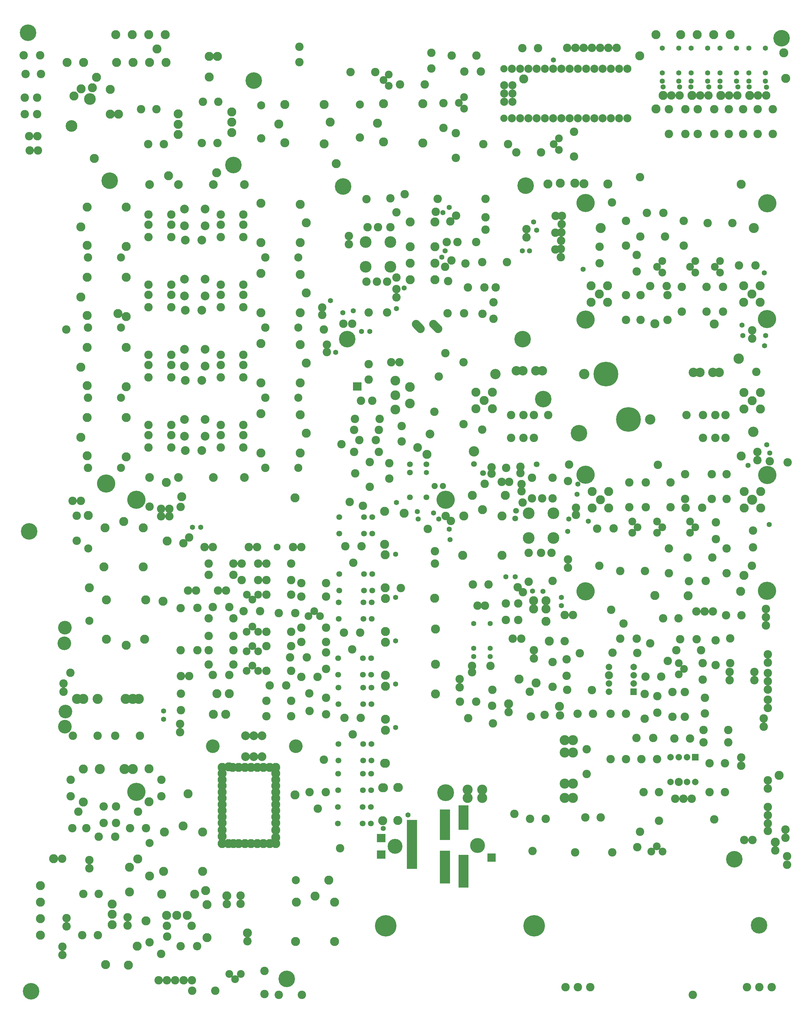
<source format=gbr>
%FSLAX34Y34*%
%MOMM*%
%LNSOLDERMASK_TOP*%
G71*
G01*
%ADD10C,2.600*%
%ADD11C,2.400*%
%ADD12C,2.800*%
%ADD13C,2.600*%
%ADD14C,5.100*%
%ADD15C,1.600*%
%ADD16C,3.100*%
%ADD17C,7.600*%
%ADD18C,3.200*%
%ADD19C,2.900*%
%ADD20C,2.600*%
%ADD21C,2.600*%
%ADD22C,2.400*%
%ADD23C,2.600*%
%ADD24C,3.600*%
%ADD25C,2.800*%
%ADD26C,3.000*%
%ADD27C,1.800*%
%ADD28C,1.600*%
%ADD29C,2.000*%
%ADD30C,2.500*%
%ADD31C,2.700*%
%ADD32C,2.700*%
%ADD33C,2.500*%
%ADD34C,2.800*%
%ADD35C,4.200*%
%ADD36C,2.700*%
%ADD37C,2.800*%
%ADD38C,2.100*%
%ADD39C,1.600*%
%ADD40C,6.600*%
%ADD41C,4.200*%
%ADD42C,4.600*%
%ADD43C,5.600*%
%ADD44C,1.900*%
%ADD45C,2.500*%
%ADD46C,2.250*%
%ADD47C,5.200*%
%LPD*%
X289561Y-120097D02*
G54D10*
D03*
X289611Y-43847D02*
G54D10*
D03*
X208567Y-123497D02*
G54D10*
D03*
X208680Y-174478D02*
G54D10*
D03*
X322867Y-148897D02*
G54D10*
D03*
X322979Y-199878D02*
G54D10*
D03*
X289577Y-348697D02*
G54D10*
D03*
X289627Y-272447D02*
G54D10*
D03*
X410298Y-92083D02*
G54D10*
D03*
X334048Y-92033D02*
G54D10*
D03*
X335257Y-272447D02*
G54D10*
D03*
X335207Y-348697D02*
G54D10*
D03*
X467360Y-120098D02*
G54D10*
D03*
X467410Y-43848D02*
G54D10*
D03*
X364692Y-244613D02*
G54D10*
D03*
X462257Y-247047D02*
G54D10*
D03*
X462207Y-323297D02*
G54D10*
D03*
X538456Y-247047D02*
G54D10*
D03*
X538406Y-323297D02*
G54D10*
D03*
X589256Y-247047D02*
G54D10*
D03*
X589206Y-323297D02*
G54D10*
D03*
X688728Y-181002D02*
G54D10*
D03*
X637748Y-181115D02*
G54D10*
D03*
X617274Y-50279D02*
G54D10*
D03*
X541024Y-50229D02*
G54D10*
D03*
X401932Y-167672D02*
G54D11*
D03*
X386032Y-185247D02*
G54D11*
D03*
X401966Y-202863D02*
G54D11*
D03*
X503532Y-167672D02*
G54D11*
D03*
X487632Y-185247D02*
G54D11*
D03*
X503566Y-202863D02*
G54D11*
D03*
X579732Y-167672D02*
G54D11*
D03*
X563832Y-185247D02*
G54D11*
D03*
X579766Y-202863D02*
G54D11*
D03*
X182832Y-243772D02*
G54D12*
D03*
X233632Y-243772D02*
G54D12*
D03*
X208232Y-269172D02*
G54D12*
D03*
X233632Y-294572D02*
G54D12*
D03*
X182832Y-294572D02*
G54D12*
D03*
X652732Y-243772D02*
G54D12*
D03*
X703532Y-243772D02*
G54D12*
D03*
X678132Y-269172D02*
G54D12*
D03*
X703532Y-294572D02*
G54D12*
D03*
X652732Y-294572D02*
G54D12*
D03*
X354258Y-19463D02*
G54D10*
D03*
X405238Y-19350D02*
G54D10*
D03*
X289577Y-348697D02*
G54D13*
D03*
X165156Y10922D02*
G54D14*
D03*
X415492Y-244613D02*
G54D10*
D03*
X417807Y-272447D02*
G54D10*
D03*
X417757Y-348697D02*
G54D10*
D03*
X246807Y12703D02*
G54D10*
D03*
X158032Y-193072D02*
G54D15*
D03*
X335207Y-348697D02*
G54D13*
D03*
X417757Y-348697D02*
G54D13*
D03*
X462207Y-323297D02*
G54D13*
D03*
X538406Y-323297D02*
G54D13*
D03*
X724988Y10128D02*
G54D14*
D03*
X165156Y-347854D02*
G54D14*
D03*
X724352Y-346266D02*
G54D14*
D03*
X215182Y-66072D02*
G54D15*
D03*
X212006Y-66072D02*
G54D16*
D03*
X683731Y-66072D02*
G54D16*
D03*
X297782Y-655313D02*
G54D17*
D03*
X227932Y-515612D02*
G54D17*
D03*
X161257Y-515613D02*
G54D18*
D03*
X364457Y-655313D02*
G54D18*
D03*
X-47618Y-505513D02*
G54D19*
D03*
X32382Y-505513D02*
G54D20*
D03*
X497382Y-510513D02*
G54D20*
D03*
X577382Y-510513D02*
G54D20*
D03*
X32382Y-505513D02*
G54D19*
D03*
X497382Y-510513D02*
G54D19*
D03*
X577382Y-510513D02*
G54D12*
D03*
X-27618Y-505513D02*
G54D19*
D03*
X12382Y-505513D02*
G54D19*
D03*
X517382Y-510512D02*
G54D19*
D03*
X557382Y-510513D02*
G54D19*
D03*
X-172043Y-621843D02*
G54D12*
D03*
X-172043Y-571043D02*
G54D12*
D03*
X-146643Y-596443D02*
G54D12*
D03*
X-121243Y-571042D02*
G54D12*
D03*
X-121243Y-621843D02*
G54D12*
D03*
X-172043Y-623113D02*
G54D21*
D03*
X-121243Y-623113D02*
G54D13*
D03*
X653457Y-623113D02*
G54D12*
D03*
X653457Y-572313D02*
G54D12*
D03*
X678857Y-597713D02*
G54D12*
D03*
X704257Y-572313D02*
G54D12*
D03*
X704257Y-623113D02*
G54D12*
D03*
X653457Y-623113D02*
G54D21*
D03*
X704257Y-623113D02*
G54D13*
D03*
X526914Y-711750D02*
G54D10*
D03*
X526914Y-641900D02*
G54D10*
D03*
X596764Y-711750D02*
G54D10*
D03*
X596764Y-641900D02*
G54D10*
D03*
X565014Y-641900D02*
G54D10*
D03*
X565014Y-711750D02*
G54D10*
D03*
X596765Y-711750D02*
G54D13*
D03*
X596765Y-641900D02*
G54D13*
D03*
X-63636Y-711750D02*
G54D10*
D03*
X-63636Y-641900D02*
G54D10*
D03*
X6214Y-711750D02*
G54D10*
D03*
X6214Y-641900D02*
G54D10*
D03*
X-25536Y-641900D02*
G54D10*
D03*
X-25536Y-711750D02*
G54D10*
D03*
X6215Y-711750D02*
G54D13*
D03*
X6215Y-641900D02*
G54D13*
D03*
X577382Y-510513D02*
G54D19*
D03*
X50665Y-641900D02*
G54D21*
D03*
X476115Y-641900D02*
G54D21*
D03*
X691657Y-508788D02*
G54D21*
D03*
X-152893Y-686588D02*
G54D21*
D03*
X-172043Y-572313D02*
G54D13*
D03*
X-121243Y-572312D02*
G54D13*
D03*
X653457Y-572313D02*
G54D13*
D03*
X704257Y-572313D02*
G54D13*
D03*
X704257Y-623113D02*
G54D13*
D03*
X165156Y-825691D02*
G54D14*
D03*
X724988Y-826484D02*
G54D14*
D03*
X165156Y-1184466D02*
G54D14*
D03*
X724352Y-1182878D02*
G54D14*
D03*
X678731Y-902684D02*
G54D16*
D03*
X-511868Y-185612D02*
G54D22*
D03*
X-435668Y-185612D02*
G54D22*
D03*
X-435668Y-109412D02*
G54D22*
D03*
X-511868Y-109412D02*
G54D22*
D03*
X-435756Y25611D02*
G54D10*
D03*
X-435756Y-63289D02*
G54D10*
D03*
X-473856Y-63289D02*
G54D10*
D03*
X-505606Y-63289D02*
G54D10*
D03*
X-445400Y-326179D02*
G54D10*
D03*
X-508899Y-230929D02*
G54D10*
D03*
X-477150Y-230929D02*
G54D10*
D03*
X-445400Y-230929D02*
G54D10*
D03*
X-416917Y-218640D02*
G54D10*
D03*
X-508900Y23071D02*
G54D10*
D03*
X-391306Y38311D02*
G54D10*
D03*
X-228878Y-109378D02*
G54D10*
D03*
X-171728Y-109378D02*
G54D10*
D03*
X-143028Y-33178D02*
G54D10*
D03*
X-143028Y23972D02*
G54D10*
D03*
X-204078Y-175002D02*
G54D10*
D03*
X-258030Y-228884D02*
G54D10*
D03*
X-204078Y-175002D02*
G54D13*
D03*
X-76302Y-170950D02*
G54D10*
D03*
X-152552Y-170900D02*
G54D10*
D03*
X-76302Y-170950D02*
G54D13*
D03*
X-197128Y-249078D02*
G54D10*
D03*
X-146328Y-249078D02*
G54D10*
D03*
X-146328Y-249078D02*
G54D10*
D03*
X-117721Y-345184D02*
G54D10*
D03*
X-117833Y-294204D02*
G54D10*
D03*
X-117721Y-345184D02*
G54D10*
D03*
X-143028Y-71278D02*
G54D10*
D03*
X-111278Y-249078D02*
G54D10*
D03*
X-261898Y-109378D02*
G54D10*
D03*
X-250978Y-45878D02*
G54D10*
D03*
X-374674Y-47374D02*
G54D12*
D03*
X-298474Y-47374D02*
G54D12*
D03*
X-374674Y-123574D02*
G54D12*
D03*
X-374674Y-174374D02*
G54D12*
D03*
X-374674Y-225174D02*
G54D12*
D03*
X-298474Y-123574D02*
G54D12*
D03*
X-298474Y-174374D02*
G54D12*
D03*
X-298474Y-225174D02*
G54D12*
D03*
X-298474Y-47374D02*
G54D10*
D03*
X-152223Y-330177D02*
G54D10*
D03*
X-208443Y-327932D02*
G54D10*
D03*
X-208443Y-327932D02*
G54D10*
D03*
X-259243Y-327932D02*
G54D10*
D03*
G54D23*
X-289059Y-375654D02*
X-303201Y-361512D01*
G54D23*
X-343034Y-375654D02*
X-357176Y-361512D01*
X-563268Y-90678D02*
G54D21*
D03*
X-563268Y-116078D02*
G54D21*
D03*
X-290218Y23622D02*
G54D21*
D03*
X-511868Y-109412D02*
G54D24*
D03*
X-511868Y-185612D02*
G54D24*
D03*
X-435668Y-185612D02*
G54D24*
D03*
X-435668Y-109412D02*
G54D24*
D03*
X66610Y-943814D02*
G54D22*
D03*
X-9590Y-943814D02*
G54D22*
D03*
X-9590Y-1020014D02*
G54D22*
D03*
X66610Y-1020014D02*
G54D22*
D03*
X-9502Y-1155037D02*
G54D10*
D03*
X-9502Y-1066137D02*
G54D10*
D03*
X28598Y-1066137D02*
G54D10*
D03*
X60348Y-1066137D02*
G54D10*
D03*
X63642Y-834997D02*
G54D10*
D03*
X142Y-834997D02*
G54D10*
D03*
X63641Y-898497D02*
G54D10*
D03*
X31892Y-898497D02*
G54D10*
D03*
X142Y-898497D02*
G54D10*
D03*
X-28341Y-910786D02*
G54D10*
D03*
X63642Y-1152497D02*
G54D10*
D03*
X111660Y-1111773D02*
G54D21*
D03*
X111660Y-1086373D02*
G54D21*
D03*
X111660Y-845073D02*
G54D21*
D03*
X66610Y-1020014D02*
G54D24*
D03*
X66610Y-943814D02*
G54D24*
D03*
X-9590Y-943814D02*
G54D24*
D03*
X-9590Y-1020014D02*
G54D24*
D03*
X-212598Y-1073395D02*
G54D12*
D03*
X-209424Y-952745D02*
G54D12*
D03*
X-91948Y-1073395D02*
G54D12*
D03*
X-91948Y-952745D02*
G54D12*
D03*
X-152273Y-933282D02*
G54D12*
D03*
X-209424Y-952745D02*
G54D25*
D03*
X-183577Y-889164D02*
G54D12*
D03*
X-81977Y-889164D02*
G54D12*
D03*
X5323Y-1213304D02*
G54D12*
D03*
X5323Y-1238704D02*
G54D12*
D03*
X43423Y-1238704D02*
G54D12*
D03*
X43423Y-1276804D02*
G54D12*
D03*
X-42082Y-1221310D02*
G54D10*
D03*
X-41969Y-1272290D02*
G54D10*
D03*
X-42082Y-1221310D02*
G54D10*
D03*
X-41970Y-1272291D02*
G54D10*
D03*
X-80182Y-1221310D02*
G54D10*
D03*
X-80070Y-1272290D02*
G54D10*
D03*
X-80182Y-1221310D02*
G54D10*
D03*
X-80070Y-1272291D02*
G54D10*
D03*
X43423Y-1213304D02*
G54D12*
D03*
X-145610Y-853354D02*
G54D10*
D03*
X-183577Y-889164D02*
G54D12*
D03*
X-375619Y-554865D02*
G54D26*
D03*
X-375619Y-605665D02*
G54D26*
D03*
X-420069Y-580264D02*
G54D26*
D03*
X-420069Y-624715D02*
G54D26*
D03*
X-420069Y-535815D02*
G54D26*
D03*
X-407369Y-478665D02*
G54D10*
D03*
X-432769Y-478665D02*
G54D10*
D03*
X-468454Y-653290D02*
G54D10*
D03*
X-544704Y-653240D02*
G54D10*
D03*
X-547396Y-687550D02*
G54D10*
D03*
X-471146Y-687600D02*
G54D10*
D03*
X-531462Y-719026D02*
G54D10*
D03*
X-480482Y-718914D02*
G54D10*
D03*
X-502619Y-484927D02*
G54D10*
D03*
X-502619Y-532727D02*
G54D10*
D03*
X-499009Y-786552D02*
G54D10*
D03*
X-499059Y-862802D02*
G54D10*
D03*
X-439119Y-837614D02*
G54D10*
D03*
X-439119Y-789815D02*
G54D10*
D03*
X-526563Y-597771D02*
G54D10*
D03*
X-491463Y-597770D02*
G54D10*
D03*
X-401019Y-723315D02*
G54D10*
D03*
X-401019Y-675514D02*
G54D10*
D03*
X-547341Y-755197D02*
G54D10*
D03*
X-471091Y-755247D02*
G54D10*
D03*
X-300144Y-631620D02*
G54D10*
D03*
X-547396Y-687550D02*
G54D10*
D03*
X-547341Y-755196D02*
G54D10*
D03*
X-439119Y-837614D02*
G54D10*
D03*
X-499059Y-862802D02*
G54D10*
D03*
G36*
X-524669Y-540595D02*
X-524669Y-566595D01*
X-550669Y-566595D01*
X-550669Y-540595D01*
X-524669Y-540595D01*
G37*
X-324819Y-793076D02*
G54D27*
D03*
X-324819Y-818476D02*
G54D28*
D03*
X-375619Y-793077D02*
G54D28*
D03*
X-375619Y-818477D02*
G54D27*
D03*
X-324819Y-894677D02*
G54D28*
D03*
X-375619Y-894677D02*
G54D28*
D03*
X-322787Y-762311D02*
G54D12*
D03*
X-320623Y-992285D02*
G54D21*
D03*
X-375619Y-793077D02*
G54D27*
D03*
X-324819Y-894677D02*
G54D27*
D03*
X-375619Y-894677D02*
G54D27*
D03*
G36*
X303294Y-1503415D02*
X303294Y-1483415D01*
X323294Y-1483415D01*
X323294Y-1503415D01*
X303294Y-1503415D01*
G37*
X313294Y-1468015D02*
G54D29*
D03*
X313294Y-1442615D02*
G54D29*
D03*
X313294Y-1417215D02*
G54D29*
D03*
X237094Y-1417215D02*
G54D29*
D03*
X237094Y-1442615D02*
G54D29*
D03*
X237095Y-1468015D02*
G54D29*
D03*
X237094Y-1493415D02*
G54D29*
D03*
X237094Y-1442615D02*
G54D30*
D03*
X609044Y-1458054D02*
G54D10*
D03*
X609044Y-1432554D02*
G54D10*
D03*
X63950Y-1477805D02*
G54D10*
D03*
X64000Y-1401555D02*
G54D10*
D03*
X-71242Y-1556397D02*
G54D10*
D03*
X-71242Y-1530897D02*
G54D10*
D03*
X471015Y-1494113D02*
G54D10*
D03*
X470964Y-1570364D02*
G54D10*
D03*
X471015Y-1494113D02*
G54D10*
D03*
X532899Y-1512046D02*
G54D10*
D03*
X532899Y-1559846D02*
G54D10*
D03*
X432914Y-1494113D02*
G54D10*
D03*
X432864Y-1570364D02*
G54D10*
D03*
X432915Y-1494113D02*
G54D10*
D03*
X452570Y-1440340D02*
G54D11*
D03*
X468470Y-1422765D02*
G54D11*
D03*
X452535Y-1405149D02*
G54D11*
D03*
X525943Y-1405546D02*
G54D10*
D03*
X526055Y-1456527D02*
G54D10*
D03*
X525943Y-1405547D02*
G54D10*
D03*
X521013Y-1365419D02*
G54D10*
D03*
X444763Y-1365369D02*
G54D10*
D03*
X521013Y-1365419D02*
G54D10*
D03*
X507980Y-1331447D02*
G54D10*
D03*
X457000Y-1331559D02*
G54D10*
D03*
X507980Y-1331446D02*
G54D10*
D03*
X386243Y-1507146D02*
G54D10*
D03*
X386355Y-1558127D02*
G54D10*
D03*
X386243Y-1507147D02*
G54D10*
D03*
X532899Y-1512046D02*
G54D10*
D03*
X521013Y-1365419D02*
G54D10*
D03*
X507980Y-1331447D02*
G54D10*
D03*
X566265Y-1335363D02*
G54D10*
D03*
X566215Y-1411614D02*
G54D10*
D03*
X566266Y-1335363D02*
G54D10*
D03*
X566265Y-1335363D02*
G54D10*
D03*
X386243Y-1507146D02*
G54D10*
D03*
X350205Y-1447090D02*
G54D10*
D03*
X398005Y-1447090D02*
G54D10*
D03*
X364449Y-1344691D02*
G54D10*
D03*
X418331Y-1398644D02*
G54D10*
D03*
X364450Y-1344690D02*
G54D10*
D03*
X364450Y-1344691D02*
G54D10*
D03*
X324388Y-1373590D02*
G54D10*
D03*
X248138Y-1373540D02*
G54D10*
D03*
X271891Y-1329664D02*
G54D10*
D03*
X322872Y-1329552D02*
G54D10*
D03*
X271892Y-1329664D02*
G54D10*
D03*
X324388Y-1373590D02*
G54D10*
D03*
X322872Y-1329552D02*
G54D10*
D03*
X140655Y-1561390D02*
G54D10*
D03*
X188455Y-1561390D02*
G54D10*
D03*
X39055Y-1564565D02*
G54D10*
D03*
X86855Y-1566152D02*
G54D10*
D03*
X242255Y-1561390D02*
G54D10*
D03*
X290055Y-1561390D02*
G54D10*
D03*
X242255Y-1561390D02*
G54D10*
D03*
X347190Y-1500463D02*
G54D10*
D03*
X347140Y-1576714D02*
G54D10*
D03*
X347190Y-1500463D02*
G54D10*
D03*
X184688Y-1487890D02*
G54D10*
D03*
X108438Y-1487840D02*
G54D10*
D03*
X184688Y-1487890D02*
G54D10*
D03*
X107109Y-1444016D02*
G54D10*
D03*
X106997Y-1393036D02*
G54D10*
D03*
X107109Y-1444016D02*
G54D10*
D03*
X106997Y-1393035D02*
G54D10*
D03*
X147370Y-1375140D02*
G54D10*
D03*
X53354Y-1337722D02*
G54D10*
D03*
X101154Y-1337722D02*
G54D10*
D03*
X63950Y-1477805D02*
G54D10*
D03*
X610656Y-1329109D02*
G54D10*
D03*
X53354Y-1337722D02*
G54D12*
D03*
X-39520Y-1454534D02*
G54D12*
D03*
X-71242Y-1530897D02*
G54D12*
D03*
X610656Y-1329109D02*
G54D10*
D03*
X610606Y-1405359D02*
G54D10*
D03*
X610656Y-1329109D02*
G54D10*
D03*
X610656Y-1329109D02*
G54D10*
D03*
X566265Y-1335363D02*
G54D10*
D03*
X507980Y-1331447D02*
G54D10*
D03*
X521013Y-1365419D02*
G54D10*
D03*
X364449Y-1344691D02*
G54D10*
D03*
X324388Y-1373590D02*
G54D10*
D03*
X322872Y-1329552D02*
G54D10*
D03*
X532899Y-1512046D02*
G54D10*
D03*
X147370Y-1375140D02*
G54D10*
D03*
X242255Y-1561390D02*
G54D10*
D03*
X63950Y-1477805D02*
G54D10*
D03*
X685294Y-1458104D02*
G54D10*
D03*
X609044Y-1458054D02*
G54D10*
D03*
X685294Y-1432604D02*
G54D10*
D03*
X609044Y-1432554D02*
G54D10*
D03*
X-1110610Y-741764D02*
G54D10*
D03*
X-1180460Y-741764D02*
G54D10*
D03*
X-1110610Y-671914D02*
G54D10*
D03*
X-1180460Y-671914D02*
G54D10*
D03*
X-1180460Y-703664D02*
G54D10*
D03*
X-1110610Y-703664D02*
G54D10*
D03*
X-1067202Y-750535D02*
G54D31*
D03*
X-1016220Y-750423D02*
G54D31*
D03*
X-888360Y-741764D02*
G54D10*
D03*
X-958210Y-741764D02*
G54D10*
D03*
X-888360Y-671914D02*
G54D10*
D03*
X-958210Y-671914D02*
G54D10*
D03*
X-958210Y-703664D02*
G54D10*
D03*
X-888360Y-703664D02*
G54D10*
D03*
X-1006137Y-706437D02*
G54D10*
D03*
X-1006250Y-655457D02*
G54D10*
D03*
X-1069637Y-706437D02*
G54D10*
D03*
X-1069750Y-655457D02*
G54D10*
D03*
X-888360Y-671914D02*
G54D13*
D03*
X-958210Y-671914D02*
G54D13*
D03*
X-1006250Y-655456D02*
G54D32*
D03*
X-1069750Y-655456D02*
G54D13*
D03*
X-1110610Y-671914D02*
G54D13*
D03*
X-1180460Y-671914D02*
G54D13*
D03*
X-1069637Y-706437D02*
G54D31*
D03*
X-1069750Y-655457D02*
G54D31*
D03*
X-1006250Y-655457D02*
G54D31*
D03*
X-1006137Y-706437D02*
G54D31*
D03*
X-834147Y-637472D02*
G54D12*
D03*
X-713497Y-640646D02*
G54D12*
D03*
X-834147Y-758122D02*
G54D12*
D03*
X-713497Y-758122D02*
G54D12*
D03*
X-694684Y-697797D02*
G54D12*
D03*
X-820640Y-804402D02*
G54D33*
D03*
X-719040Y-804401D02*
G54D33*
D03*
X-713497Y-640646D02*
G54D12*
D03*
X-1249142Y-770210D02*
G54D12*
D03*
X-1369792Y-767036D02*
G54D12*
D03*
X-1249142Y-649560D02*
G54D12*
D03*
X-1369792Y-649560D02*
G54D12*
D03*
X-1388604Y-709885D02*
G54D12*
D03*
X-1369791Y-767036D02*
G54D12*
D03*
X-1369792Y-649560D02*
G54D12*
D03*
X-1366740Y-804402D02*
G54D33*
D03*
X-1265140Y-804401D02*
G54D33*
D03*
X-820640Y-804402D02*
G54D10*
D03*
X-1366740Y-804402D02*
G54D10*
D03*
X-1110610Y-525864D02*
G54D10*
D03*
X-1180460Y-525864D02*
G54D10*
D03*
X-1110610Y-456014D02*
G54D10*
D03*
X-1180460Y-456014D02*
G54D10*
D03*
X-1180460Y-487764D02*
G54D10*
D03*
X-1110610Y-487764D02*
G54D10*
D03*
X-1067202Y-534635D02*
G54D31*
D03*
X-1016220Y-534523D02*
G54D31*
D03*
X-888360Y-525864D02*
G54D10*
D03*
X-958210Y-525864D02*
G54D10*
D03*
X-888360Y-456014D02*
G54D10*
D03*
X-958210Y-456014D02*
G54D10*
D03*
X-958210Y-487764D02*
G54D10*
D03*
X-888360Y-487764D02*
G54D10*
D03*
X-1006137Y-490537D02*
G54D10*
D03*
X-1006250Y-439556D02*
G54D10*
D03*
X-1069637Y-490537D02*
G54D10*
D03*
X-1069750Y-439557D02*
G54D10*
D03*
X-888360Y-456014D02*
G54D13*
D03*
X-958210Y-456014D02*
G54D13*
D03*
X-1006250Y-439556D02*
G54D32*
D03*
X-1069750Y-439556D02*
G54D13*
D03*
X-1110610Y-456014D02*
G54D13*
D03*
X-1180460Y-456014D02*
G54D13*
D03*
X-1069637Y-490537D02*
G54D31*
D03*
X-1069750Y-439557D02*
G54D31*
D03*
X-1006250Y-439556D02*
G54D31*
D03*
X-1006137Y-490537D02*
G54D31*
D03*
X-834147Y-421572D02*
G54D12*
D03*
X-713497Y-424746D02*
G54D12*
D03*
X-834147Y-542222D02*
G54D12*
D03*
X-713497Y-542222D02*
G54D12*
D03*
X-694684Y-481897D02*
G54D12*
D03*
X-820640Y-588502D02*
G54D33*
D03*
X-719040Y-588501D02*
G54D33*
D03*
X-713497Y-424746D02*
G54D12*
D03*
X-1249142Y-554310D02*
G54D12*
D03*
X-1369792Y-551136D02*
G54D12*
D03*
X-1249142Y-433660D02*
G54D12*
D03*
X-1369792Y-433660D02*
G54D12*
D03*
X-1388604Y-493985D02*
G54D12*
D03*
X-1369791Y-551137D02*
G54D12*
D03*
X-1369792Y-433660D02*
G54D12*
D03*
X-1366740Y-588502D02*
G54D33*
D03*
X-1265140Y-588501D02*
G54D33*
D03*
X-820640Y-588502D02*
G54D10*
D03*
X-1366740Y-588502D02*
G54D10*
D03*
X-1110610Y-309964D02*
G54D10*
D03*
X-1180460Y-309964D02*
G54D10*
D03*
X-1110610Y-240114D02*
G54D10*
D03*
X-1180460Y-240114D02*
G54D10*
D03*
X-1180460Y-271864D02*
G54D10*
D03*
X-1110610Y-271864D02*
G54D10*
D03*
X-1067202Y-318735D02*
G54D31*
D03*
X-1016220Y-318623D02*
G54D31*
D03*
X-888360Y-309964D02*
G54D10*
D03*
X-958210Y-309964D02*
G54D10*
D03*
X-888360Y-240114D02*
G54D10*
D03*
X-958210Y-240114D02*
G54D10*
D03*
X-958210Y-271864D02*
G54D10*
D03*
X-888360Y-271864D02*
G54D10*
D03*
X-1006137Y-274637D02*
G54D10*
D03*
X-1006250Y-223656D02*
G54D10*
D03*
X-1069637Y-274637D02*
G54D10*
D03*
X-1069750Y-223656D02*
G54D10*
D03*
X-888360Y-240114D02*
G54D13*
D03*
X-958210Y-240114D02*
G54D13*
D03*
X-1006250Y-223656D02*
G54D32*
D03*
X-1069750Y-223656D02*
G54D13*
D03*
X-1110610Y-240114D02*
G54D13*
D03*
X-1180460Y-240114D02*
G54D13*
D03*
X-1069637Y-274637D02*
G54D31*
D03*
X-1069750Y-223656D02*
G54D31*
D03*
X-1006250Y-223656D02*
G54D31*
D03*
X-1006137Y-274637D02*
G54D31*
D03*
X-834147Y-205672D02*
G54D12*
D03*
X-713497Y-208846D02*
G54D12*
D03*
X-834147Y-326322D02*
G54D12*
D03*
X-713497Y-326322D02*
G54D12*
D03*
X-694684Y-265997D02*
G54D12*
D03*
X-820640Y-372602D02*
G54D33*
D03*
X-719040Y-372602D02*
G54D33*
D03*
X-713497Y-208846D02*
G54D12*
D03*
X-1249142Y-338410D02*
G54D12*
D03*
X-1369792Y-335236D02*
G54D12*
D03*
X-1249142Y-217760D02*
G54D12*
D03*
X-1369792Y-217760D02*
G54D12*
D03*
X-1388604Y-278085D02*
G54D12*
D03*
X-1369791Y-335236D02*
G54D12*
D03*
X-1369792Y-217760D02*
G54D12*
D03*
X-1366740Y-372602D02*
G54D33*
D03*
X-1265140Y-372602D02*
G54D33*
D03*
X-820640Y-372602D02*
G54D10*
D03*
X-1366740Y-372602D02*
G54D10*
D03*
X-1110610Y-94064D02*
G54D10*
D03*
X-1180460Y-94064D02*
G54D10*
D03*
X-1110610Y-24214D02*
G54D10*
D03*
X-1180460Y-24214D02*
G54D10*
D03*
X-1180460Y-55964D02*
G54D10*
D03*
X-1110610Y-55964D02*
G54D10*
D03*
X-1067202Y-102835D02*
G54D31*
D03*
X-1016220Y-102723D02*
G54D31*
D03*
X-888360Y-94064D02*
G54D10*
D03*
X-958210Y-94064D02*
G54D10*
D03*
X-888360Y-24214D02*
G54D10*
D03*
X-958210Y-24214D02*
G54D10*
D03*
X-958210Y-55964D02*
G54D10*
D03*
X-888360Y-55964D02*
G54D10*
D03*
X-1006137Y-58737D02*
G54D10*
D03*
X-1006250Y-7756D02*
G54D10*
D03*
X-1069637Y-58737D02*
G54D10*
D03*
X-1069750Y-7757D02*
G54D10*
D03*
X-888360Y-24214D02*
G54D13*
D03*
X-958210Y-24214D02*
G54D13*
D03*
X-1006250Y-7756D02*
G54D32*
D03*
X-1069750Y-7756D02*
G54D13*
D03*
X-1110610Y-24214D02*
G54D13*
D03*
X-1180460Y-24214D02*
G54D13*
D03*
X-1069637Y-58737D02*
G54D31*
D03*
X-1069750Y-7757D02*
G54D31*
D03*
X-1006250Y-7757D02*
G54D31*
D03*
X-1006137Y-58737D02*
G54D31*
D03*
X-834147Y10228D02*
G54D12*
D03*
X-713497Y7054D02*
G54D12*
D03*
X-834147Y-110422D02*
G54D12*
D03*
X-713497Y-110422D02*
G54D12*
D03*
X-694684Y-50097D02*
G54D12*
D03*
X-820640Y-156702D02*
G54D33*
D03*
X-719040Y-156702D02*
G54D33*
D03*
X-713497Y7054D02*
G54D12*
D03*
X-1249142Y-122510D02*
G54D12*
D03*
X-1369792Y-119336D02*
G54D12*
D03*
X-1249142Y-1860D02*
G54D12*
D03*
X-1369792Y-1860D02*
G54D12*
D03*
X-1388604Y-62185D02*
G54D12*
D03*
X-1369791Y-119336D02*
G54D12*
D03*
X-1369792Y-1860D02*
G54D12*
D03*
X-1366740Y-156702D02*
G54D33*
D03*
X-1265140Y-156702D02*
G54D33*
D03*
X-820640Y-156702D02*
G54D10*
D03*
X-1366740Y-156702D02*
G54D10*
D03*
X-885486Y-833437D02*
G54D31*
D03*
X-885486Y-833437D02*
G54D31*
D03*
X-980736Y-833437D02*
G54D31*
D03*
X-980736Y-833437D02*
G54D31*
D03*
X-1088686Y-833437D02*
G54D31*
D03*
X-1088686Y-833437D02*
G54D31*
D03*
X-1177586Y-833437D02*
G54D31*
D03*
X-1177586Y-833437D02*
G54D31*
D03*
X-885486Y68263D02*
G54D31*
D03*
X-885486Y68263D02*
G54D31*
D03*
X-980736Y68263D02*
G54D31*
D03*
X-980736Y68263D02*
G54D31*
D03*
X-1088686Y68263D02*
G54D31*
D03*
X-1088686Y68263D02*
G54D31*
D03*
X-1177586Y68263D02*
G54D31*
D03*
X-1177586Y68263D02*
G54D31*
D03*
X-1434222Y-378267D02*
G54D21*
D03*
X-640472Y-378267D02*
G54D21*
D03*
X-28520Y-408178D02*
G54D14*
D03*
X-18994Y64896D02*
G54D14*
D03*
X-18995Y64897D02*
G54D14*
D03*
X-568270Y-408178D02*
G54D14*
D03*
X-580970Y61722D02*
G54D14*
D03*
X-1189323Y-1210953D02*
G54D12*
D03*
X-1192497Y-1331603D02*
G54D12*
D03*
X-1309972Y-1210953D02*
G54D12*
D03*
X-1309972Y-1331603D02*
G54D12*
D03*
X-1249648Y-1350416D02*
G54D12*
D03*
X-1317522Y-1109084D02*
G54D12*
D03*
X-1314348Y-988434D02*
G54D12*
D03*
X-1196872Y-1109084D02*
G54D12*
D03*
X-1196873Y-988434D02*
G54D12*
D03*
X-1257198Y-969146D02*
G54D12*
D03*
X-1362602Y-1173660D02*
G54D33*
D03*
X-1362602Y-1275260D02*
G54D33*
D03*
X-1362602Y-1173660D02*
G54D10*
D03*
X-1362602Y-1173660D02*
G54D12*
D03*
X-1366400Y-950464D02*
G54D33*
D03*
X-1366400Y-1052065D02*
G54D33*
D03*
X-1366400Y-950464D02*
G54D10*
D03*
X-1366400Y-950464D02*
G54D12*
D03*
X-1192497Y-1331603D02*
G54D12*
D03*
X-1196873Y-988434D02*
G54D12*
D03*
X-1314348Y-988434D02*
G54D12*
D03*
X-1196873Y-988434D02*
G54D12*
D03*
X-1218112Y-902684D02*
G54D14*
D03*
X-265612Y-902684D02*
G54D14*
D03*
X-1218112Y-1801209D02*
G54D14*
D03*
X-265612Y-1804384D02*
G54D14*
D03*
X-181557Y-1163004D02*
G54D10*
D03*
X-133757Y-1163004D02*
G54D10*
D03*
X-181557Y-1163003D02*
G54D10*
D03*
X714340Y-1575444D02*
G54D21*
D03*
X727039Y-1378594D02*
G54D21*
D03*
X727040Y-1403994D02*
G54D21*
D03*
X727039Y-1765944D02*
G54D21*
D03*
X727040Y-1791344D02*
G54D21*
D03*
X727039Y-1518294D02*
G54D21*
D03*
X727040Y-1543694D02*
G54D21*
D03*
X-299579Y-1205185D02*
G54D34*
D03*
X-296404Y-1300435D02*
G54D34*
D03*
X-296404Y-1408385D02*
G54D34*
D03*
X-296404Y-1500460D02*
G54D34*
D03*
X-726974Y-1660923D02*
G54D35*
D03*
X-982674Y-1661023D02*
G54D35*
D03*
X-881948Y-1629098D02*
G54D36*
D03*
X-856574Y-1629223D02*
G54D36*
D03*
X-831130Y-1629198D02*
G54D36*
D03*
X-633868Y-1562839D02*
G54D10*
D03*
X-634043Y-1511847D02*
G54D10*
D03*
X-931798Y-1498973D02*
G54D37*
D03*
X-981198Y-1563073D02*
G54D37*
D03*
X-943198Y-1563073D02*
G54D37*
D03*
X-969898Y-1498973D02*
G54D37*
D03*
X-1081074Y-1549823D02*
G54D10*
D03*
X-1081198Y-1498906D02*
G54D10*
D03*
X-817548Y-1521248D02*
G54D10*
D03*
X-741298Y-1521298D02*
G54D10*
D03*
X-1083648Y-1617948D02*
G54D10*
D03*
X-1083648Y-1592448D02*
G54D10*
D03*
X-817548Y-1568873D02*
G54D10*
D03*
X-741299Y-1568923D02*
G54D10*
D03*
X-842948Y-1149773D02*
G54D10*
D03*
X-893865Y-1149898D02*
G54D10*
D03*
X-877874Y-1194223D02*
G54D11*
D03*
X-860298Y-1210123D02*
G54D11*
D03*
X-842682Y-1194188D02*
G54D11*
D03*
X-871524Y-1048173D02*
G54D10*
D03*
X-846098Y-1048123D02*
G54D10*
D03*
X-817548Y-1194223D02*
G54D10*
D03*
X-741374Y-1194223D02*
G54D10*
D03*
X-995348Y-1133898D02*
G54D10*
D03*
X-919098Y-1133948D02*
G54D10*
D03*
X-836598Y-1245023D02*
G54D10*
D03*
X-887515Y-1245148D02*
G54D10*
D03*
X-842948Y-1308523D02*
G54D11*
D03*
X-860548Y-1292623D02*
G54D11*
D03*
X-878140Y-1308558D02*
G54D11*
D03*
X-842574Y-1368923D02*
G54D11*
D03*
X-860548Y-1352948D02*
G54D11*
D03*
X-878140Y-1368883D02*
G54D11*
D03*
X-817548Y-1308523D02*
G54D10*
D03*
X-741374Y-1308523D02*
G54D10*
D03*
X-842949Y-1429223D02*
G54D11*
D03*
X-860548Y-1413273D02*
G54D11*
D03*
X-878140Y-1429208D02*
G54D11*
D03*
X-995348Y-1365673D02*
G54D10*
D03*
X-919098Y-1365723D02*
G54D10*
D03*
X-995140Y-1409852D02*
G54D10*
D03*
X-918890Y-1409902D02*
G54D10*
D03*
X-817548Y-1429173D02*
G54D10*
D03*
X-741274Y-1429223D02*
G54D10*
D03*
X-756228Y-1473963D02*
G54D10*
D03*
X-807144Y-1474088D02*
G54D10*
D03*
X-817548Y-1352973D02*
G54D10*
D03*
X-741298Y-1353023D02*
G54D10*
D03*
X-660273Y-1447823D02*
G54D21*
D03*
X-685257Y-1498755D02*
G54D21*
D03*
X-710156Y-1447708D02*
G54D21*
D03*
X-652448Y-1260898D02*
G54D11*
D03*
X-670249Y-1245098D02*
G54D11*
D03*
X-687639Y-1260933D02*
G54D11*
D03*
X-1008048Y-1048173D02*
G54D10*
D03*
X-982474Y-1048223D02*
G54D10*
D03*
X-709598Y-1159298D02*
G54D10*
D03*
X-633348Y-1159348D02*
G54D10*
D03*
X-709598Y-1200573D02*
G54D10*
D03*
X-633348Y-1200623D02*
G54D10*
D03*
X-728648Y-1251373D02*
G54D10*
D03*
X-779565Y-1251498D02*
G54D10*
D03*
X-709598Y-1295823D02*
G54D10*
D03*
X-633348Y-1295873D02*
G54D10*
D03*
X-633448Y-1422848D02*
G54D10*
D03*
X-633561Y-1371868D02*
G54D10*
D03*
X-633399Y-1340273D02*
G54D10*
D03*
X-709674Y-1340223D02*
G54D10*
D03*
X-1058798Y-1181498D02*
G54D10*
D03*
X-1033936Y-1181810D02*
G54D10*
D03*
X-1030274Y-1365673D02*
G54D10*
D03*
X-1081248Y-1365823D02*
G54D10*
D03*
X-995348Y-1321223D02*
G54D10*
D03*
X-919098Y-1321273D02*
G54D10*
D03*
X-931848Y-1441873D02*
G54D10*
D03*
X-982824Y-1442023D02*
G54D10*
D03*
X-1055248Y-1445023D02*
G54D10*
D03*
X-1080548Y-1444723D02*
G54D10*
D03*
X-1030274Y-1235498D02*
G54D10*
D03*
X-1081248Y-1235598D02*
G54D10*
D03*
X-709598Y-1048173D02*
G54D10*
D03*
X-735074Y-1048173D02*
G54D10*
D03*
X-995348Y-1267248D02*
G54D10*
D03*
X-919098Y-1267298D02*
G54D10*
D03*
X-931874Y-1232298D02*
G54D10*
D03*
X-982774Y-1232498D02*
G54D10*
D03*
X-966774Y-1181523D02*
G54D10*
D03*
X-941874Y-1181823D02*
G54D10*
D03*
X-817548Y-1149773D02*
G54D10*
D03*
X-741374Y-1149773D02*
G54D10*
D03*
X-817548Y-1098973D02*
G54D10*
D03*
X-741374Y-1098923D02*
G54D10*
D03*
X-995374Y-1098923D02*
G54D10*
D03*
X-919173Y-1098923D02*
G54D10*
D03*
X-842948Y-1098973D02*
G54D10*
D03*
X-893865Y-1099098D02*
G54D10*
D03*
X-784324Y-1048173D02*
G54D38*
D03*
X-744248Y-1387588D02*
G54D10*
D03*
X-693268Y-1387476D02*
G54D10*
D03*
X-684149Y-1553048D02*
G54D10*
D03*
X-831074Y-1693523D02*
G54D36*
D03*
X-856374Y-1693323D02*
G54D36*
D03*
X-881861Y-1693392D02*
G54D36*
D03*
X-493824Y-1704834D02*
G54D28*
D03*
X-519224Y-1704834D02*
G54D28*
D03*
X-493824Y-1654034D02*
G54D28*
D03*
X-519224Y-1654034D02*
G54D28*
D03*
X-595424Y-1704834D02*
G54D27*
D03*
X-595424Y-1654034D02*
G54D28*
D03*
X-451215Y-1713718D02*
G54D12*
D03*
X-451215Y-1612118D02*
G54D12*
D03*
X-453199Y-1713718D02*
G54D12*
D03*
X-493824Y-1531400D02*
G54D28*
D03*
X-519224Y-1531399D02*
G54D28*
D03*
X-493824Y-1480600D02*
G54D28*
D03*
X-519224Y-1480600D02*
G54D28*
D03*
X-595424Y-1531400D02*
G54D28*
D03*
X-595424Y-1480600D02*
G54D28*
D03*
X-526924Y-1574029D02*
G54D21*
D03*
X-551907Y-1624962D02*
G54D21*
D03*
X-576806Y-1573915D02*
G54D21*
D03*
X-491442Y-1182149D02*
G54D28*
D03*
X-516842Y-1182150D02*
G54D28*
D03*
X-491442Y-1131350D02*
G54D28*
D03*
X-516842Y-1131350D02*
G54D28*
D03*
X-593042Y-1182150D02*
G54D28*
D03*
X-593042Y-1131350D02*
G54D28*
D03*
X-491442Y-1006731D02*
G54D28*
D03*
X-516842Y-1006731D02*
G54D28*
D03*
X-491442Y-955930D02*
G54D28*
D03*
X-516842Y-955931D02*
G54D28*
D03*
X-593042Y-1006730D02*
G54D28*
D03*
X-593042Y-955931D02*
G54D28*
D03*
X-524542Y-1045392D02*
G54D21*
D03*
X-549526Y-1096324D02*
G54D21*
D03*
X-574425Y-1045278D02*
G54D21*
D03*
X-528511Y-1311695D02*
G54D21*
D03*
X-553494Y-1362627D02*
G54D21*
D03*
X-578394Y-1311580D02*
G54D21*
D03*
X-493030Y-1268668D02*
G54D28*
D03*
X-518430Y-1268668D02*
G54D28*
D03*
X-493030Y-1217868D02*
G54D28*
D03*
X-518430Y-1217868D02*
G54D28*
D03*
X-594630Y-1268668D02*
G54D28*
D03*
X-594630Y-1217868D02*
G54D28*
D03*
X-494617Y-1440912D02*
G54D28*
D03*
X-520017Y-1440912D02*
G54D28*
D03*
X-494617Y-1390112D02*
G54D28*
D03*
X-520017Y-1390112D02*
G54D28*
D03*
X-596217Y-1440912D02*
G54D28*
D03*
X-596217Y-1390112D02*
G54D28*
D03*
X-451215Y-1578383D02*
G54D12*
D03*
X-451215Y-1476783D02*
G54D12*
D03*
X-451215Y-1578383D02*
G54D12*
D03*
X-450818Y-1442255D02*
G54D12*
D03*
X-450818Y-1340655D02*
G54D12*
D03*
X-450818Y-1442255D02*
G54D12*
D03*
X-450818Y-1307714D02*
G54D12*
D03*
X-450818Y-1206114D02*
G54D12*
D03*
X-450818Y-1307714D02*
G54D12*
D03*
X-452008Y-1173174D02*
G54D12*
D03*
X-452008Y-1071574D02*
G54D12*
D03*
X-452008Y-1173174D02*
G54D12*
D03*
X-453596Y-1039824D02*
G54D12*
D03*
X-453596Y-938224D02*
G54D12*
D03*
X-453596Y-1039824D02*
G54D12*
D03*
X-403323Y-1174380D02*
G54D21*
D03*
X-640654Y-1702224D02*
G54D21*
D03*
X-595424Y-1654034D02*
G54D27*
D03*
X-519224Y-1704834D02*
G54D27*
D03*
X-493824Y-1704834D02*
G54D27*
D03*
X-519224Y-1654034D02*
G54D27*
D03*
X-493824Y-1654034D02*
G54D27*
D03*
X-595424Y-1531400D02*
G54D27*
D03*
X-595424Y-1480600D02*
G54D27*
D03*
X-519224Y-1531399D02*
G54D27*
D03*
X-493824Y-1531400D02*
G54D27*
D03*
X-493824Y-1480600D02*
G54D27*
D03*
X-519224Y-1480600D02*
G54D27*
D03*
X-520017Y-1440912D02*
G54D27*
D03*
X-494617Y-1440912D02*
G54D27*
D03*
X-494617Y-1390112D02*
G54D27*
D03*
X-520017Y-1390112D02*
G54D27*
D03*
X-596217Y-1440912D02*
G54D27*
D03*
X-596217Y-1390112D02*
G54D27*
D03*
X-594630Y-1268668D02*
G54D27*
D03*
X-518430Y-1268668D02*
G54D27*
D03*
X-594630Y-1217868D02*
G54D27*
D03*
X-518430Y-1217868D02*
G54D27*
D03*
X-493030Y-1217868D02*
G54D27*
D03*
X-493030Y-1268668D02*
G54D27*
D03*
X-593042Y-1182150D02*
G54D27*
D03*
X-593042Y-1131350D02*
G54D27*
D03*
X-516842Y-1182150D02*
G54D27*
D03*
X-491442Y-1182149D02*
G54D27*
D03*
X-491442Y-1131350D02*
G54D27*
D03*
X-516842Y-1131350D02*
G54D27*
D03*
X-593042Y-1006730D02*
G54D27*
D03*
X-593042Y-955931D02*
G54D27*
D03*
X-516842Y-1006731D02*
G54D27*
D03*
X-491442Y-1006731D02*
G54D27*
D03*
X-491442Y-955930D02*
G54D27*
D03*
X-516842Y-955931D02*
G54D27*
D03*
X-528511Y-1311695D02*
G54D21*
D03*
X-524542Y-1045392D02*
G54D21*
D03*
X-495808Y-1898507D02*
G54D28*
D03*
X-521208Y-1898507D02*
G54D28*
D03*
X-495808Y-1847707D02*
G54D28*
D03*
X-521208Y-1847707D02*
G54D28*
D03*
X-597408Y-1898507D02*
G54D27*
D03*
X-597408Y-1847707D02*
G54D28*
D03*
X-597408Y-1847707D02*
G54D27*
D03*
X-521208Y-1898507D02*
G54D27*
D03*
X-495808Y-1898507D02*
G54D27*
D03*
X-521208Y-1847707D02*
G54D27*
D03*
X-495808Y-1847707D02*
G54D27*
D03*
X-634477Y-1802629D02*
G54D21*
D03*
X-659460Y-1853562D02*
G54D21*
D03*
X-684359Y-1802515D02*
G54D21*
D03*
X-459060Y-1789018D02*
G54D12*
D03*
X-459060Y-1890617D02*
G54D12*
D03*
X-457076Y-1789017D02*
G54D12*
D03*
X-413022Y-1787827D02*
G54D12*
D03*
X-413022Y-1889427D02*
G54D12*
D03*
X-411038Y-1787827D02*
G54D12*
D03*
X-495014Y-1796113D02*
G54D28*
D03*
X-520414Y-1796113D02*
G54D28*
D03*
X-495014Y-1745313D02*
G54D28*
D03*
X-520414Y-1745313D02*
G54D28*
D03*
X-596614Y-1796114D02*
G54D27*
D03*
X-596615Y-1745313D02*
G54D28*
D03*
X-596615Y-1745313D02*
G54D27*
D03*
X-520414Y-1796113D02*
G54D27*
D03*
X-495014Y-1796113D02*
G54D27*
D03*
X-520414Y-1745313D02*
G54D27*
D03*
X-495014Y-1745313D02*
G54D27*
D03*
X-729514Y-896191D02*
G54D34*
D03*
X-729514Y-1810591D02*
G54D34*
D03*
X-921879Y-1725885D02*
G54D12*
D03*
X-788529Y-1859235D02*
G54D12*
D03*
X-788529Y-1840185D02*
G54D12*
D03*
X-788529Y-1821135D02*
G54D12*
D03*
X-788529Y-1802085D02*
G54D12*
D03*
X-788529Y-1783035D02*
G54D12*
D03*
X-788529Y-1763985D02*
G54D12*
D03*
X-788529Y-1744935D02*
G54D12*
D03*
X-788529Y-1725885D02*
G54D12*
D03*
X-788529Y-1878285D02*
G54D12*
D03*
X-788529Y-1897335D02*
G54D12*
D03*
X-788529Y-1897335D02*
G54D12*
D03*
X-883779Y-1725885D02*
G54D12*
D03*
X-864729Y-1725885D02*
G54D12*
D03*
X-845679Y-1725885D02*
G54D12*
D03*
X-826629Y-1725885D02*
G54D12*
D03*
X-807579Y-1725885D02*
G54D12*
D03*
X-902829Y-1725885D02*
G54D12*
D03*
X-921879Y-1725885D02*
G54D12*
D03*
X-788529Y-1725885D02*
G54D12*
D03*
X-1123214Y-1029541D02*
G54D12*
D03*
X-393598Y-943984D02*
G54D12*
D03*
X-502550Y-326179D02*
G54D10*
D03*
X-32908Y-1329664D02*
G54D10*
D03*
X-58483Y-1329614D02*
G54D10*
D03*
X6198Y-1365380D02*
G54D10*
D03*
X6148Y-1390954D02*
G54D10*
D03*
X126801Y-1257386D02*
G54D10*
D03*
X101226Y-1257336D02*
G54D10*
D03*
X644739Y-1721232D02*
G54D10*
D03*
X644740Y-1695732D02*
G54D10*
D03*
G36*
X513392Y-1704742D02*
X493392Y-1704742D01*
X493392Y-1684742D01*
X513392Y-1684742D01*
X513392Y-1704742D01*
G37*
X477992Y-1694742D02*
G54D29*
D03*
X452592Y-1694742D02*
G54D29*
D03*
X427192Y-1694742D02*
G54D29*
D03*
X427192Y-1770942D02*
G54D29*
D03*
X452592Y-1770942D02*
G54D29*
D03*
X477992Y-1770942D02*
G54D29*
D03*
X503392Y-1770941D02*
G54D29*
D03*
X452592Y-1770942D02*
G54D30*
D03*
X391190Y-1890244D02*
G54D10*
D03*
X441548Y-1822865D02*
G54D10*
D03*
X467048Y-1822866D02*
G54D10*
D03*
X467048Y-1822865D02*
G54D10*
D03*
X492548Y-1822865D02*
G54D10*
D03*
X595033Y-1802069D02*
G54D10*
D03*
X547233Y-1802068D02*
G54D10*
D03*
X391833Y-1802068D02*
G54D10*
D03*
X344033Y-1802069D02*
G54D10*
D03*
X595033Y-1713169D02*
G54D10*
D03*
X547233Y-1713169D02*
G54D10*
D03*
X604558Y-1649469D02*
G54D10*
D03*
X528308Y-1649419D02*
G54D10*
D03*
X604558Y-1611369D02*
G54D10*
D03*
X528308Y-1611319D02*
G54D10*
D03*
X604558Y-1611369D02*
G54D10*
D03*
X487083Y-1636968D02*
G54D10*
D03*
X439283Y-1636968D02*
G54D10*
D03*
X337595Y-1700469D02*
G54D10*
D03*
X385395Y-1700469D02*
G54D10*
D03*
X373498Y-1635616D02*
G54D10*
D03*
X322517Y-1635728D02*
G54D10*
D03*
X373498Y-1635616D02*
G54D10*
D03*
X242345Y-1700469D02*
G54D10*
D03*
X290145Y-1700469D02*
G54D10*
D03*
X604558Y-1611369D02*
G54D10*
D03*
X714340Y-1600844D02*
G54D21*
D03*
X727040Y-1435744D02*
G54D21*
D03*
X727040Y-1461144D02*
G54D21*
D03*
X720690Y-1238894D02*
G54D21*
D03*
X720690Y-1264294D02*
G54D21*
D03*
X720690Y-1289694D02*
G54D21*
D03*
X168545Y-1746578D02*
G54D10*
D03*
X168595Y-1670328D02*
G54D10*
D03*
X126281Y-1642459D02*
G54D16*
D03*
X126281Y-1680559D02*
G54D16*
D03*
X126281Y-1775809D02*
G54D16*
D03*
X126281Y-1820259D02*
G54D16*
D03*
X-197569Y-1820259D02*
G54D16*
D03*
X-153119Y-1820259D02*
G54D16*
D03*
X100881Y-1642459D02*
G54D16*
D03*
X100881Y-1680559D02*
G54D16*
D03*
X100881Y-1775809D02*
G54D16*
D03*
X100881Y-1820259D02*
G54D16*
D03*
X-197569Y-1794859D02*
G54D16*
D03*
X-153119Y-1794859D02*
G54D16*
D03*
X164518Y-1880554D02*
G54D10*
D03*
X212318Y-1880554D02*
G54D10*
D03*
X164518Y-1880554D02*
G54D10*
D03*
X-171323Y-1524023D02*
G54D21*
D03*
X-196307Y-1574955D02*
G54D21*
D03*
X-221206Y-1523908D02*
G54D21*
D03*
X-222406Y-1479590D02*
G54D10*
D03*
X-222355Y-1454014D02*
G54D10*
D03*
X727040Y-1873894D02*
G54D21*
D03*
X727040Y-1921519D02*
G54D21*
D03*
X727040Y-1848494D02*
G54D21*
D03*
X49534Y69237D02*
G54D12*
D03*
X644898Y69068D02*
G54D12*
D03*
X644898Y-767545D02*
G54D12*
D03*
X233684Y69237D02*
G54D12*
D03*
X132084Y72412D02*
G54D12*
D03*
X42583Y-1884618D02*
G54D10*
D03*
X-5217Y-1884619D02*
G54D10*
D03*
X-53552Y-1869220D02*
G54D10*
D03*
X87634Y72412D02*
G54D12*
D03*
X-620391Y-289538D02*
G54D39*
D03*
X557684Y-1246361D02*
G54D10*
D03*
X532185Y-1246361D02*
G54D10*
D03*
X532185Y-1246361D02*
G54D10*
D03*
X506685Y-1246361D02*
G54D10*
D03*
X404200Y-1267157D02*
G54D10*
D03*
X452000Y-1267158D02*
G54D10*
D03*
X645762Y-1257632D02*
G54D10*
D03*
X597962Y-1257632D02*
G54D10*
D03*
X282540Y-1283344D02*
G54D21*
D03*
X727039Y-1899294D02*
G54D21*
D03*
X-1401468Y-951897D02*
G54D10*
D03*
X-1401518Y-1028147D02*
G54D10*
D03*
X-1401518Y-1028147D02*
G54D13*
D03*
X-1414403Y-905468D02*
G54D10*
D03*
X-1388928Y-905468D02*
G54D10*
D03*
X-553232Y-360152D02*
G54D10*
D03*
X-580219Y-360152D02*
G54D10*
D03*
X-416706Y-253789D02*
G54D10*
D03*
X-416706Y-279189D02*
G54D10*
D03*
X-416706Y-314114D02*
G54D15*
D03*
X-581806Y-326814D02*
G54D15*
D03*
X-16657Y-95038D02*
G54D10*
D03*
X-16657Y-69639D02*
G54D10*
D03*
X5632Y-47022D02*
G54D15*
D03*
X678668Y-380789D02*
G54D10*
D03*
X678668Y-406189D02*
G54D10*
D03*
X646982Y-364522D02*
G54D15*
D03*
X694544Y-755439D02*
G54D10*
D03*
X694544Y-780839D02*
G54D10*
D03*
X723182Y-732822D02*
G54D15*
D03*
X135744Y-926889D02*
G54D10*
D03*
X135744Y-949114D02*
G54D10*
D03*
X138982Y-885222D02*
G54D15*
D03*
X113582Y-961422D02*
G54D15*
D03*
X-249657Y-967696D02*
G54D10*
D03*
X-265373Y-951980D02*
G54D10*
D03*
X-254718Y-993172D02*
G54D15*
D03*
X-286468Y-961422D02*
G54D15*
D03*
X-27849Y-1187159D02*
G54D10*
D03*
X-43564Y-1171444D02*
G54D10*
D03*
X-51518Y-1139222D02*
G54D15*
D03*
X2456Y-1183672D02*
G54D15*
D03*
X-550056Y-320464D02*
G54D15*
D03*
X15094Y-72814D02*
G54D15*
D03*
X-29356Y-136314D02*
G54D15*
D03*
X-7068Y-135922D02*
G54D15*
D03*
X650094Y-396664D02*
G54D15*
D03*
X719944Y-396664D02*
G54D15*
D03*
X716832Y-428022D02*
G54D15*
D03*
X732644Y-758614D02*
G54D15*
D03*
X666032Y-796322D02*
G54D15*
D03*
X-524656Y-383964D02*
G54D15*
D03*
X-499256Y-383964D02*
G54D15*
D03*
X142094Y-853864D02*
G54D15*
D03*
X110344Y-999914D02*
G54D15*
D03*
X-80156Y-1139614D02*
G54D15*
D03*
X34144Y-1184064D02*
G54D15*
D03*
X-302406Y-942764D02*
G54D15*
D03*
X-251606Y-1025314D02*
G54D15*
D03*
X-349968Y-961422D02*
G54D15*
D03*
X-352987Y-938601D02*
G54D15*
D03*
X91294Y-1228514D02*
G54D15*
D03*
X91356Y-1202722D02*
G54D15*
D03*
X-1251184Y-1515780D02*
G54D16*
D03*
X-1336909Y-1515780D02*
G54D16*
D03*
X-1254359Y-1731680D02*
G54D16*
D03*
X-1330559Y-1731680D02*
G54D16*
D03*
X-1228959Y-1515780D02*
G54D16*
D03*
X-1381359Y-1515780D02*
G54D16*
D03*
X-1228959Y-1731680D02*
G54D16*
D03*
X-1283081Y-1628483D02*
G54D10*
D03*
X-1206831Y-1628532D02*
G54D10*
D03*
X-1283081Y-1628482D02*
G54D10*
D03*
X-1413256Y-1628483D02*
G54D10*
D03*
X-1337006Y-1628532D02*
G54D10*
D03*
X-1413256Y-1628482D02*
G54D10*
D03*
X-1179177Y-1730846D02*
G54D12*
D03*
X-1179177Y-1832446D02*
G54D12*
D03*
X-1381359Y-1731680D02*
G54D12*
D03*
X-1381359Y-1833280D02*
G54D12*
D03*
X-1141286Y-1763897D02*
G54D10*
D03*
X-1141174Y-1814878D02*
G54D10*
D03*
X-1141286Y-1763897D02*
G54D10*
D03*
X-1420686Y-1763897D02*
G54D10*
D03*
X-1420574Y-1814878D02*
G54D10*
D03*
X-1420686Y-1763898D02*
G54D10*
D03*
X-1141286Y-1763897D02*
G54D10*
D03*
X-1396969Y-1862123D02*
G54D21*
D03*
X-1372070Y-1913170D02*
G54D21*
D03*
X-1237803Y-1913055D02*
G54D21*
D03*
X-1212819Y-1862123D02*
G54D21*
D03*
X-1187920Y-1913170D02*
G54D21*
D03*
X-1280986Y-1846448D02*
G54D10*
D03*
X-1280874Y-1897428D02*
G54D10*
D03*
X-1280986Y-1846448D02*
G54D10*
D03*
X-1280986Y-1846448D02*
G54D10*
D03*
X-1319086Y-1846448D02*
G54D10*
D03*
X-1318974Y-1897428D02*
G54D10*
D03*
X-1319086Y-1846448D02*
G54D10*
D03*
X-1319086Y-1846448D02*
G54D10*
D03*
X-1283031Y-1939683D02*
G54D10*
D03*
X-1333831Y-1939683D02*
G54D10*
D03*
X-1400409Y-1515780D02*
G54D16*
D03*
X-1209909Y-1515780D02*
G54D16*
D03*
X-1415603Y-1913055D02*
G54D21*
D03*
X-1083648Y-1592448D02*
G54D10*
D03*
X-1442423Y-1493329D02*
G54D10*
D03*
X-1442424Y-1467829D02*
G54D10*
D03*
X-1135912Y-1214510D02*
G54D12*
D03*
X-450114Y-2213816D02*
G54D12*
D03*
X7086Y-2213816D02*
G54D40*
D03*
X-639840Y193616D02*
G54D12*
D03*
X-760490Y196789D02*
G54D12*
D03*
X-639840Y314266D02*
G54D12*
D03*
X-760490Y314266D02*
G54D12*
D03*
X-779302Y253940D02*
G54D12*
D03*
X-760490Y196789D02*
G54D12*
D03*
X-833918Y312147D02*
G54D33*
D03*
X-833918Y210547D02*
G54D10*
D03*
X-760490Y196789D02*
G54D12*
D03*
X-335814Y196009D02*
G54D12*
D03*
X-456464Y199183D02*
G54D12*
D03*
X-335814Y316659D02*
G54D12*
D03*
X-456464Y316659D02*
G54D12*
D03*
X-475276Y256334D02*
G54D12*
D03*
X-456464Y199182D02*
G54D12*
D03*
X-529892Y314541D02*
G54D33*
D03*
X-529892Y212941D02*
G54D10*
D03*
X-456464Y199183D02*
G54D12*
D03*
X-1347466Y148612D02*
G54D12*
D03*
X-1418118Y248647D02*
G54D24*
D03*
X-919092Y127844D02*
G54D14*
D03*
X-1300092Y79425D02*
G54D14*
D03*
X-1311204Y-852438D02*
G54D14*
D03*
X-1125805Y-849394D02*
G54D12*
D03*
X-1119281Y94601D02*
G54D12*
D03*
X-970483Y104507D02*
G54D12*
D03*
X-1125216Y-2181838D02*
G54D12*
D03*
X-1093466Y-2181838D02*
G54D12*
D03*
X-1061716Y-2181838D02*
G54D12*
D03*
X-1124280Y-2214138D02*
G54D10*
D03*
X-1048030Y-2214188D02*
G54D10*
D03*
X-1038368Y-2116711D02*
G54D12*
D03*
X-1139968Y-2116711D02*
G54D12*
D03*
X-1000268Y-2250061D02*
G54D12*
D03*
X-1000268Y-2148461D02*
G54D12*
D03*
X-1030827Y-2276232D02*
G54D10*
D03*
X-1081808Y-2276345D02*
G54D10*
D03*
X-1177076Y-2264944D02*
G54D21*
D03*
X-1123395Y-2246596D02*
G54D21*
D03*
X-1141884Y-2300297D02*
G54D21*
D03*
X-1004566Y-2105638D02*
G54D12*
D03*
X-1081808Y-2276345D02*
G54D21*
D03*
X-1134531Y-2046172D02*
G54D12*
D03*
X-1131357Y-1925522D02*
G54D12*
D03*
X-1013881Y-2046171D02*
G54D12*
D03*
X-1013881Y-1925522D02*
G54D12*
D03*
X-1074206Y-1906709D02*
G54D12*
D03*
X-1131358Y-1925522D02*
G54D12*
D03*
X-1013881Y-1925522D02*
G54D12*
D03*
X-1177718Y-2060752D02*
G54D33*
D03*
X-1177718Y-1959153D02*
G54D33*
D03*
X180160Y-2402256D02*
G54D10*
D03*
X103860Y-2402257D02*
G54D10*
D03*
X142060Y-2402256D02*
G54D10*
D03*
X-450114Y-2213816D02*
G54D40*
D03*
X738960Y-2402256D02*
G54D10*
D03*
X662660Y-2402257D02*
G54D10*
D03*
X700860Y-2402256D02*
G54D10*
D03*
X-210519Y-669165D02*
G54D10*
D03*
X-267082Y-185508D02*
G54D10*
D03*
X-247464Y-165890D02*
G54D10*
D03*
X-210519Y-478665D02*
G54D10*
D03*
X-286719Y-523115D02*
G54D10*
D03*
X-586684Y-731393D02*
G54D10*
D03*
X-561284Y-909193D02*
G54D10*
D03*
X-1134256Y-1577764D02*
G54D15*
D03*
X-1134256Y-1552364D02*
G54D15*
D03*
X-1073532Y-1036408D02*
G54D10*
D03*
X-1055501Y-1018376D02*
G54D10*
D03*
X-1045356Y-987214D02*
G54D15*
D03*
X-1019956Y-987214D02*
G54D15*
D03*
X-728131Y-2262072D02*
G54D12*
D03*
X-724957Y-2141422D02*
G54D12*
D03*
X-607481Y-2262071D02*
G54D12*
D03*
X-607481Y-2141422D02*
G54D12*
D03*
X-667806Y-2122609D02*
G54D12*
D03*
X-724958Y-2141422D02*
G54D12*
D03*
X-607481Y-2141422D02*
G54D12*
D03*
X-625591Y-2073733D02*
G54D33*
D03*
X-727191Y-2073733D02*
G54D33*
D03*
X-1245389Y-2187617D02*
G54D10*
D03*
X-1245389Y-2213117D02*
G54D10*
D03*
X-1437962Y-1296388D02*
G54D41*
D03*
X-167187Y-1966309D02*
G54D42*
D03*
G36*
X-194769Y-1862109D02*
X-194769Y-1918109D01*
X-225769Y-1918109D01*
X-225769Y-1862109D01*
X-194769Y-1862109D01*
G37*
G36*
X-194769Y-2014509D02*
X-194769Y-2070509D01*
X-225769Y-2070509D01*
X-225769Y-2014509D01*
X-194769Y-2014509D01*
G37*
G36*
X-251919Y-1893859D02*
X-251919Y-1949859D01*
X-282919Y-1949859D01*
X-282919Y-1893859D01*
X-251919Y-1893859D01*
G37*
G36*
X-251919Y-1982759D02*
X-251919Y-2038759D01*
X-282919Y-2038759D01*
X-282919Y-1982759D01*
X-251919Y-1982759D01*
G37*
G36*
X-353519Y-1887509D02*
X-353519Y-1943509D01*
X-384519Y-1943509D01*
X-384519Y-1887509D01*
X-353519Y-1887509D01*
G37*
G36*
X-353519Y-1982759D02*
X-353519Y-2038759D01*
X-384519Y-2038759D01*
X-384519Y-1982759D01*
X-353519Y-1982759D01*
G37*
G36*
X-251919Y-1855759D02*
X-251919Y-1911759D01*
X-282919Y-1911759D01*
X-282919Y-1855759D01*
X-251919Y-1855759D01*
G37*
G36*
X-251919Y-2027209D02*
X-251919Y-2083209D01*
X-282919Y-2083209D01*
X-282919Y-2027209D01*
X-251919Y-2027209D01*
G37*
G36*
X-353519Y-1938309D02*
X-353519Y-1994309D01*
X-384519Y-1994309D01*
X-384519Y-1938309D01*
X-353519Y-1938309D01*
G37*
G36*
X-194769Y-1843059D02*
X-194769Y-1899059D01*
X-225769Y-1899059D01*
X-225769Y-1843059D01*
X-194769Y-1843059D01*
G37*
G36*
X-194769Y-2039909D02*
X-194769Y-2095909D01*
X-225769Y-2095909D01*
X-225769Y-2039909D01*
X-194769Y-2039909D01*
G37*
X-421187Y-1969484D02*
G54D42*
D03*
G36*
X-476745Y-1930686D02*
X-450745Y-1930686D01*
X-450745Y-1956686D01*
X-476745Y-1956686D01*
X-476745Y-1930686D01*
G37*
G36*
X-476745Y-1981486D02*
X-450745Y-1981486D01*
X-450745Y-2007486D01*
X-476745Y-2007486D01*
X-476745Y-1981486D01*
G37*
G36*
X-137020Y-1991011D02*
X-111020Y-1991011D01*
X-111020Y-2017011D01*
X-137020Y-2017011D01*
X-137020Y-1991011D01*
G37*
X-1551487Y535591D02*
G54D14*
D03*
X-856162Y387953D02*
G54D14*
D03*
X623388Y-2009172D02*
G54D14*
D03*
X-1541962Y-2415572D02*
G54D14*
D03*
X-754562Y-2377472D02*
G54D14*
D03*
X-924413Y291493D02*
G54D12*
D03*
X-924413Y259743D02*
G54D12*
D03*
X-924413Y227993D02*
G54D12*
D03*
X-1016263Y195388D02*
G54D10*
D03*
X-968463Y195388D02*
G54D10*
D03*
X-1013088Y322388D02*
G54D10*
D03*
X-965288Y322388D02*
G54D10*
D03*
X-1089513Y285143D02*
G54D12*
D03*
X-1089513Y253393D02*
G54D12*
D03*
X-1089513Y221643D02*
G54D12*
D03*
X-1181363Y192213D02*
G54D10*
D03*
X-1133563Y192213D02*
G54D10*
D03*
X-1203588Y300162D02*
G54D10*
D03*
X-1155788Y300163D02*
G54D10*
D03*
X-1292713Y-2146907D02*
G54D12*
D03*
X-1292713Y-2178657D02*
G54D12*
D03*
X-1292713Y-2210407D02*
G54D12*
D03*
X-1384563Y-2243012D02*
G54D10*
D03*
X-1336763Y-2243012D02*
G54D10*
D03*
X-1381388Y-2116012D02*
G54D10*
D03*
X-1333588Y-2116012D02*
G54D10*
D03*
X-1177718Y-2060752D02*
G54D12*
D03*
X-625591Y-2073733D02*
G54D12*
D03*
X-1239306Y-2033709D02*
G54D12*
D03*
X-267418Y-135922D02*
G54D15*
D03*
X-277006Y-155364D02*
G54D15*
D03*
X-250978Y-45878D02*
G54D10*
D03*
X-232947Y-27847D02*
G54D10*
D03*
X-254718Y-2572D02*
G54D15*
D03*
X-273831Y-18839D02*
G54D15*
D03*
X-1363048Y-2037048D02*
G54D10*
D03*
X-1363049Y-2011548D02*
G54D10*
D03*
X-1445598Y-2303748D02*
G54D10*
D03*
X-1445599Y-2278248D02*
G54D10*
D03*
X-1360968Y331197D02*
G54D24*
D03*
X-1472464Y-2007441D02*
G54D12*
D03*
X-1439750Y-1344700D02*
G54D41*
D03*
X-1278552Y443659D02*
G54D12*
D03*
X-1227752Y443659D02*
G54D12*
D03*
X-1176952Y443659D02*
G54D12*
D03*
X-1126152Y443659D02*
G54D12*
D03*
X-1430952Y443659D02*
G54D12*
D03*
X-1380152Y443659D02*
G54D12*
D03*
X-1006250Y-223656D02*
G54D31*
D03*
X-1069750Y-439557D02*
G54D31*
D03*
X-1006250Y-439556D02*
G54D31*
D03*
X-1069750Y-655457D02*
G54D31*
D03*
X-1006250Y-655457D02*
G54D31*
D03*
X-393687Y-250614D02*
G54D15*
D03*
X599947Y-1051860D02*
G54D10*
D03*
X599897Y-1128110D02*
G54D10*
D03*
X680940Y-1048460D02*
G54D10*
D03*
X680828Y-997480D02*
G54D10*
D03*
X566641Y-1023060D02*
G54D10*
D03*
X566528Y-972080D02*
G54D10*
D03*
X599931Y-823260D02*
G54D10*
D03*
X599881Y-899510D02*
G54D10*
D03*
X479210Y-1079874D02*
G54D10*
D03*
X555460Y-1079924D02*
G54D10*
D03*
X554251Y-899510D02*
G54D10*
D03*
X554301Y-823260D02*
G54D10*
D03*
X422148Y-1051860D02*
G54D10*
D03*
X422098Y-1128109D02*
G54D10*
D03*
X524816Y-927344D02*
G54D10*
D03*
X427251Y-924910D02*
G54D10*
D03*
X427301Y-848660D02*
G54D10*
D03*
X351051Y-924910D02*
G54D10*
D03*
X351101Y-848660D02*
G54D10*
D03*
X300251Y-924910D02*
G54D10*
D03*
X300301Y-848660D02*
G54D10*
D03*
X200780Y-990954D02*
G54D10*
D03*
X251760Y-990842D02*
G54D10*
D03*
X272234Y-1121678D02*
G54D10*
D03*
X348484Y-1121728D02*
G54D10*
D03*
X487576Y-1004286D02*
G54D11*
D03*
X503476Y-986710D02*
G54D11*
D03*
X487542Y-969094D02*
G54D11*
D03*
X385976Y-1004285D02*
G54D11*
D03*
X401876Y-986710D02*
G54D11*
D03*
X385941Y-969094D02*
G54D11*
D03*
X309776Y-1004285D02*
G54D11*
D03*
X325676Y-986710D02*
G54D11*
D03*
X309741Y-969094D02*
G54D11*
D03*
X705088Y-927392D02*
G54D12*
D03*
X654288Y-927392D02*
G54D12*
D03*
X679688Y-901992D02*
G54D12*
D03*
X654288Y-876592D02*
G54D12*
D03*
X705088Y-876592D02*
G54D12*
D03*
X236776Y-928185D02*
G54D12*
D03*
X185976Y-928185D02*
G54D12*
D03*
X211376Y-902785D02*
G54D12*
D03*
X185976Y-877385D02*
G54D12*
D03*
X236776Y-877386D02*
G54D12*
D03*
X535250Y-1152494D02*
G54D10*
D03*
X484270Y-1152607D02*
G54D10*
D03*
X599931Y-823260D02*
G54D13*
D03*
X724352Y-1182878D02*
G54D14*
D03*
X474016Y-927344D02*
G54D10*
D03*
X471701Y-899510D02*
G54D10*
D03*
X471751Y-823260D02*
G54D10*
D03*
X731476Y-978885D02*
G54D15*
D03*
X554301Y-823260D02*
G54D13*
D03*
X471751Y-823260D02*
G54D13*
D03*
X427301Y-848660D02*
G54D13*
D03*
X351101Y-848660D02*
G54D13*
D03*
X164520Y-1182086D02*
G54D14*
D03*
X724352Y-824104D02*
G54D14*
D03*
X165155Y-825691D02*
G54D14*
D03*
X644898Y-767544D02*
G54D10*
D03*
X173876Y-968485D02*
G54D15*
D03*
X678132Y-1105784D02*
G54D10*
D03*
X208232Y-1105784D02*
G54D10*
D03*
X244610Y-1241025D02*
G54D10*
D03*
X289560Y-120096D02*
G54D10*
D03*
X289610Y-43846D02*
G54D10*
D03*
X208567Y-123497D02*
G54D10*
D03*
X208679Y-174478D02*
G54D10*
D03*
X322866Y-148896D02*
G54D10*
D03*
X322978Y-199877D02*
G54D10*
D03*
X289576Y-348696D02*
G54D10*
D03*
X289626Y-272446D02*
G54D10*
D03*
X410297Y-92082D02*
G54D10*
D03*
X334047Y-92032D02*
G54D10*
D03*
X335256Y-272446D02*
G54D10*
D03*
X335206Y-348696D02*
G54D10*
D03*
X467360Y-120098D02*
G54D10*
D03*
X467409Y-43848D02*
G54D10*
D03*
X364691Y-244613D02*
G54D10*
D03*
X462256Y-247046D02*
G54D10*
D03*
X462206Y-323296D02*
G54D10*
D03*
X538456Y-247046D02*
G54D10*
D03*
X538406Y-323296D02*
G54D10*
D03*
X589256Y-247046D02*
G54D10*
D03*
X589206Y-323296D02*
G54D10*
D03*
X688728Y-181002D02*
G54D10*
D03*
X637747Y-181114D02*
G54D10*
D03*
X617272Y-50278D02*
G54D10*
D03*
X541023Y-50228D02*
G54D10*
D03*
X401931Y-167671D02*
G54D11*
D03*
X386031Y-185246D02*
G54D11*
D03*
X401965Y-202862D02*
G54D11*
D03*
X503531Y-167672D02*
G54D11*
D03*
X487631Y-185246D02*
G54D11*
D03*
X503566Y-202862D02*
G54D11*
D03*
X579731Y-167672D02*
G54D11*
D03*
X563831Y-185246D02*
G54D11*
D03*
X579766Y-202862D02*
G54D11*
D03*
X182831Y-243771D02*
G54D12*
D03*
X233631Y-243772D02*
G54D12*
D03*
X208231Y-269171D02*
G54D12*
D03*
X233631Y-294572D02*
G54D12*
D03*
X182831Y-294572D02*
G54D12*
D03*
X652731Y-243772D02*
G54D12*
D03*
X703531Y-243772D02*
G54D12*
D03*
X678130Y-269172D02*
G54D12*
D03*
X703530Y-294572D02*
G54D12*
D03*
X652731Y-294572D02*
G54D12*
D03*
X354257Y-19462D02*
G54D10*
D03*
X405237Y-19350D02*
G54D10*
D03*
X289576Y-348696D02*
G54D13*
D03*
X165155Y10922D02*
G54D14*
D03*
X415491Y-244613D02*
G54D10*
D03*
X417806Y-272446D02*
G54D10*
D03*
X417756Y-348696D02*
G54D10*
D03*
X246806Y12704D02*
G54D10*
D03*
X158031Y-193071D02*
G54D15*
D03*
X335206Y-348696D02*
G54D13*
D03*
X417756Y-348696D02*
G54D13*
D03*
X462206Y-323296D02*
G54D13*
D03*
X538406Y-323296D02*
G54D13*
D03*
X724987Y10128D02*
G54D14*
D03*
X165155Y-347853D02*
G54D43*
D03*
X724352Y-346266D02*
G54D14*
D03*
X715631Y-203471D02*
G54D15*
D03*
X-1313125Y-2332953D02*
G54D12*
D03*
X-1242481Y-2334540D02*
G54D12*
D03*
X145550Y-697103D02*
G54D14*
D03*
X-299419Y-859665D02*
G54D44*
D03*
X-274019Y-859665D02*
G54D44*
D03*
X652921Y-1135335D02*
G54D12*
D03*
X2360Y-1983156D02*
G54D10*
D03*
X-875564Y-2236041D02*
G54D12*
D03*
X-939064Y-2121741D02*
G54D12*
D03*
X-1437962Y-1601188D02*
G54D41*
D03*
X-1436575Y-1554250D02*
G54D41*
D03*
X-939063Y-2147241D02*
G54D10*
D03*
X-939064Y-2121741D02*
G54D10*
D03*
X-896730Y-2146219D02*
G54D10*
D03*
X-896731Y-2120719D02*
G54D10*
D03*
X-875563Y-2261541D02*
G54D10*
D03*
X-875564Y-2236041D02*
G54D10*
D03*
X-1446964Y-2007440D02*
G54D10*
D03*
X-1472464Y-2007441D02*
G54D10*
D03*
X-918704Y-1960835D02*
G54D12*
D03*
X-788529Y-1941785D02*
G54D12*
D03*
X-788529Y-1960835D02*
G54D12*
D03*
X-883779Y-1960835D02*
G54D12*
D03*
X-864729Y-1960835D02*
G54D12*
D03*
X-845679Y-1960835D02*
G54D12*
D03*
X-826629Y-1960835D02*
G54D12*
D03*
X-807579Y-1960835D02*
G54D12*
D03*
X-902829Y-1960835D02*
G54D12*
D03*
X-788529Y-1960835D02*
G54D12*
D03*
X-953629Y-1938610D02*
G54D12*
D03*
X-953629Y-1919560D02*
G54D12*
D03*
X-953629Y-1960835D02*
G54D12*
D03*
X-953629Y-1783035D02*
G54D12*
D03*
X-953629Y-1763985D02*
G54D12*
D03*
X-953629Y-1744935D02*
G54D12*
D03*
X-953629Y-1725885D02*
G54D12*
D03*
X-953629Y-1840185D02*
G54D12*
D03*
X-953629Y-1821135D02*
G54D12*
D03*
X-953629Y-1802085D02*
G54D12*
D03*
X-953629Y-1783035D02*
G54D12*
D03*
X-953629Y-1897335D02*
G54D12*
D03*
X-953629Y-1878285D02*
G54D12*
D03*
X-953629Y-1859235D02*
G54D12*
D03*
X-953629Y-1840185D02*
G54D12*
D03*
X-933474Y-1724498D02*
G54D12*
D03*
X-788529Y-1919560D02*
G54D12*
D03*
X-934579Y-1960835D02*
G54D12*
D03*
X-1142014Y-929909D02*
G54D10*
D03*
X-1142014Y-953424D02*
G54D10*
D03*
X-1116614Y-929909D02*
G54D10*
D03*
X-1116614Y-953424D02*
G54D10*
D03*
X-1421074Y-1435221D02*
G54D10*
D03*
X561940Y-1886594D02*
G54D21*
D03*
X653941Y-1949532D02*
G54D10*
D03*
X679516Y-1949583D02*
G54D10*
D03*
X402627Y-1984989D02*
G54D11*
D03*
X385052Y-1969089D02*
G54D11*
D03*
X367436Y-1985024D02*
G54D11*
D03*
X333340Y-1924694D02*
G54D21*
D03*
X-298384Y-1060583D02*
G54D10*
D03*
X247716Y-1987683D02*
G54D10*
D03*
X-298384Y-1098683D02*
G54D10*
D03*
X133416Y-1987683D02*
G54D10*
D03*
X-1149458Y-2381332D02*
G54D10*
D03*
X-1123884Y-2381383D02*
G54D10*
D03*
X-1123884Y-2381383D02*
G54D10*
D03*
X-1098310Y-2381434D02*
G54D10*
D03*
X324552Y-1971998D02*
G54D21*
D03*
X750036Y-1956641D02*
G54D12*
D03*
X750037Y-1982141D02*
G54D10*
D03*
X750036Y-1956641D02*
G54D10*
D03*
X699588Y-2212372D02*
G54D14*
D03*
X-1298202Y361168D02*
G54D12*
D03*
X-1513502Y-2089991D02*
G54D12*
D03*
X-1513502Y-2140791D02*
G54D12*
D03*
X-1513502Y-2191591D02*
G54D12*
D03*
X-1513502Y-2242391D02*
G54D12*
D03*
X-1098310Y-2381434D02*
G54D10*
D03*
X-1072735Y-2381484D02*
G54D10*
D03*
X-1213906Y-2008309D02*
G54D12*
D03*
X-1239306Y-2109909D02*
G54D12*
D03*
X-1188506Y-2198809D02*
G54D12*
D03*
X-1215818Y-2276652D02*
G54D12*
D03*
X-1072735Y-2381484D02*
G54D10*
D03*
X-1047160Y-2381534D02*
G54D10*
D03*
X-1046148Y-2413423D02*
G54D10*
D03*
X-974652Y-2413482D02*
G54D10*
D03*
X496036Y-2426541D02*
G54D10*
D03*
X496036Y-2426541D02*
G54D10*
D03*
G36*
X-194769Y-1995459D02*
X-194769Y-2051459D01*
X-225769Y-2051459D01*
X-225769Y-1995459D01*
X-194769Y-1995459D01*
G37*
X-209131Y337120D02*
G54D11*
D03*
X-225031Y319545D02*
G54D11*
D03*
X-209096Y301929D02*
G54D11*
D03*
X130165Y153913D02*
G54D10*
D03*
X130215Y230162D02*
G54D10*
D03*
X-405833Y376290D02*
G54D10*
D03*
X-329583Y376240D02*
G54D10*
D03*
X34980Y-592328D02*
G54D14*
D03*
X-520634Y-920883D02*
G54D10*
D03*
X-266634Y-450983D02*
G54D10*
D03*
X114366Y-793883D02*
G54D10*
D03*
X787466Y-787533D02*
G54D10*
D03*
X732528Y-783780D02*
G54D10*
D03*
X388041Y-794893D02*
G54D10*
D03*
X781116Y-1917833D02*
G54D10*
D03*
X-590484Y-1974983D02*
G54D10*
D03*
X-544218Y-820928D02*
G54D21*
D03*
X781116Y-1943233D02*
G54D10*
D03*
X-61063Y271873D02*
G54D45*
D03*
X-35663Y271873D02*
G54D45*
D03*
X-10263Y271873D02*
G54D45*
D03*
X15137Y271873D02*
G54D45*
D03*
X40537Y271873D02*
G54D45*
D03*
X65937Y271873D02*
G54D45*
D03*
X91337Y271873D02*
G54D45*
D03*
X116737Y271873D02*
G54D45*
D03*
X142137Y271873D02*
G54D45*
D03*
X167537Y271873D02*
G54D45*
D03*
X192937Y271873D02*
G54D45*
D03*
X218337Y271873D02*
G54D45*
D03*
X243737Y271873D02*
G54D45*
D03*
X269137Y271873D02*
G54D45*
D03*
X294537Y271873D02*
G54D45*
D03*
X-61063Y424273D02*
G54D45*
D03*
X-35663Y424273D02*
G54D45*
D03*
X-10263Y424273D02*
G54D45*
D03*
X15137Y424273D02*
G54D45*
D03*
X40537Y424273D02*
G54D45*
D03*
X65937Y424273D02*
G54D45*
D03*
X91337Y424273D02*
G54D45*
D03*
X116737Y424273D02*
G54D45*
D03*
X142137Y424273D02*
G54D45*
D03*
X167537Y424273D02*
G54D45*
D03*
X192937Y424273D02*
G54D45*
D03*
X218337Y424273D02*
G54D45*
D03*
X243737Y424273D02*
G54D45*
D03*
X269137Y424273D02*
G54D45*
D03*
X294537Y424273D02*
G54D45*
D03*
X-86304Y424432D02*
G54D46*
D03*
X-86304Y272032D02*
G54D46*
D03*
X-60047Y373219D02*
G54D45*
D03*
X-85447Y373219D02*
G54D45*
D03*
X-60047Y347819D02*
G54D45*
D03*
X-85447Y347819D02*
G54D45*
D03*
X-60047Y322419D02*
G54D45*
D03*
X-85447Y322419D02*
G54D45*
D03*
X-620790Y260289D02*
G54D12*
D03*
X-481969Y414306D02*
G54D10*
D03*
X-558219Y414357D02*
G54D10*
D03*
X-272395Y318579D02*
G54D10*
D03*
X-272445Y242329D02*
G54D10*
D03*
X-234295Y226504D02*
G54D10*
D03*
X-234346Y150254D02*
G54D10*
D03*
X-602514Y132509D02*
G54D12*
D03*
X-24664Y392859D02*
G54D12*
D03*
X-247083Y465190D02*
G54D10*
D03*
X-170833Y465140D02*
G54D10*
D03*
X-309694Y425446D02*
G54D10*
D03*
X-309694Y473246D02*
G54D10*
D03*
X-157284Y415864D02*
G54D10*
D03*
X-208265Y415752D02*
G54D10*
D03*
X82969Y210120D02*
G54D11*
D03*
X67069Y192545D02*
G54D11*
D03*
X83004Y174929D02*
G54D11*
D03*
X-47625Y166686D02*
G54D10*
D03*
X28625Y166636D02*
G54D10*
D03*
X-149225Y192086D02*
G54D10*
D03*
X-72975Y192036D02*
G54D10*
D03*
X333375Y90486D02*
G54D10*
D03*
X786020Y-2025569D02*
G54D10*
D03*
X786019Y-2000069D02*
G54D10*
D03*
X769438Y518678D02*
G54D14*
D03*
X-1548312Y-999522D02*
G54D14*
D03*
X-1387976Y362809D02*
G54D12*
D03*
X-1410427Y340358D02*
G54D12*
D03*
X-1340351Y397734D02*
G54D12*
D03*
X-1353051Y365984D02*
G54D12*
D03*
X-352086Y-741362D02*
G54D31*
D03*
X-313986Y-700087D02*
G54D31*
D03*
X-440906Y406970D02*
G54D11*
D03*
X-456806Y389395D02*
G54D11*
D03*
X-440871Y371779D02*
G54D11*
D03*
X-1298202Y284968D02*
G54D12*
D03*
X-1272802Y284968D02*
G54D12*
D03*
X-993402Y462768D02*
G54D12*
D03*
X-968002Y462768D02*
G54D12*
D03*
X-993402Y399268D02*
G54D12*
D03*
X-716094Y444496D02*
G54D10*
D03*
X-716094Y492296D02*
G54D10*
D03*
X-931707Y-2362100D02*
G54D11*
D03*
X-914132Y-2378000D02*
G54D11*
D03*
X-896516Y-2362065D02*
G54D11*
D03*
X-779448Y-2426123D02*
G54D10*
D03*
X-707952Y-2426181D02*
G54D10*
D03*
X-823026Y-2352312D02*
G54D10*
D03*
X-823083Y-2423809D02*
G54D10*
D03*
X727040Y-1486544D02*
G54D21*
D03*
X-419881Y-1069764D02*
G54D15*
D03*
X-416706Y-911014D02*
G54D15*
D03*
X-419881Y-1203114D02*
G54D15*
D03*
X-419881Y-1336464D02*
G54D15*
D03*
X-419881Y-1469814D02*
G54D15*
D03*
X-419881Y-1603164D02*
G54D15*
D03*
X-457981Y-1914314D02*
G54D15*
D03*
X-381781Y-1873039D02*
G54D15*
D03*
X-1281726Y529384D02*
G54D12*
D03*
X-1230926Y529384D02*
G54D12*
D03*
X-1180126Y529384D02*
G54D12*
D03*
X-1129326Y529384D02*
G54D12*
D03*
X458174Y529384D02*
G54D12*
D03*
X508974Y529384D02*
G54D12*
D03*
X559774Y529384D02*
G54D12*
D03*
X610574Y529384D02*
G54D12*
D03*
X381974Y529384D02*
G54D12*
D03*
X-1154726Y484934D02*
G54D12*
D03*
X402098Y386332D02*
G54D28*
D03*
X402098Y411732D02*
G54D28*
D03*
X452898Y386332D02*
G54D28*
D03*
X452898Y411732D02*
G54D28*
D03*
X402098Y487932D02*
G54D28*
D03*
X452898Y487932D02*
G54D28*
D03*
X490998Y386332D02*
G54D28*
D03*
X490998Y411732D02*
G54D28*
D03*
X541798Y386332D02*
G54D28*
D03*
X541798Y411732D02*
G54D28*
D03*
X490998Y487932D02*
G54D28*
D03*
X541798Y487932D02*
G54D28*
D03*
X579898Y386332D02*
G54D28*
D03*
X579898Y411732D02*
G54D28*
D03*
X630698Y386332D02*
G54D28*
D03*
X630698Y411732D02*
G54D28*
D03*
X579898Y487932D02*
G54D28*
D03*
X630698Y487932D02*
G54D28*
D03*
X668798Y386332D02*
G54D28*
D03*
X668798Y411732D02*
G54D28*
D03*
X719598Y386332D02*
G54D28*
D03*
X719598Y411732D02*
G54D28*
D03*
X668798Y487932D02*
G54D28*
D03*
X719598Y487932D02*
G54D28*
D03*
X381974Y300784D02*
G54D12*
D03*
X422265Y223763D02*
G54D10*
D03*
X422315Y300012D02*
G54D10*
D03*
X511165Y223763D02*
G54D10*
D03*
X511215Y300012D02*
G54D10*
D03*
X606415Y223763D02*
G54D10*
D03*
X606465Y300012D02*
G54D10*
D03*
X561965Y223763D02*
G54D10*
D03*
X562015Y300012D02*
G54D10*
D03*
X473065Y223763D02*
G54D10*
D03*
X473115Y300012D02*
G54D10*
D03*
X650865Y223763D02*
G54D10*
D03*
X650915Y300012D02*
G54D10*
D03*
X742305Y223763D02*
G54D10*
D03*
X742355Y300012D02*
G54D10*
D03*
X695315Y223763D02*
G54D10*
D03*
X695365Y300012D02*
G54D10*
D03*
X403916Y341882D02*
G54D21*
D03*
X429316Y341882D02*
G54D21*
D03*
X454716Y341882D02*
G54D21*
D03*
X492816Y341882D02*
G54D21*
D03*
X518216Y341882D02*
G54D21*
D03*
X543616Y341882D02*
G54D21*
D03*
X581716Y341882D02*
G54D21*
D03*
X607116Y341882D02*
G54D21*
D03*
X632516Y341882D02*
G54D21*
D03*
X670616Y341882D02*
G54D21*
D03*
X696016Y341882D02*
G54D21*
D03*
X721416Y341882D02*
G54D21*
D03*
X403916Y341882D02*
G54D12*
D03*
X492816Y341882D02*
G54D12*
D03*
X581716Y341882D02*
G54D12*
D03*
X670616Y341882D02*
G54D12*
D03*
X404674Y368384D02*
G54D15*
D03*
X454674Y368384D02*
G54D15*
D03*
X489674Y368384D02*
G54D15*
D03*
X544674Y368384D02*
G54D15*
D03*
X579674Y368384D02*
G54D15*
D03*
X634674Y368384D02*
G54D15*
D03*
X669674Y368384D02*
G54D15*
D03*
X722236Y367887D02*
G54D15*
D03*
X331974Y464384D02*
G54D12*
D03*
X761974Y-1750616D02*
G54D12*
D03*
X781974Y394384D02*
G54D12*
D03*
X642701Y-1184660D02*
G54D12*
D03*
X378528Y-360158D02*
G54D12*
D03*
X561884Y-360952D02*
G54D12*
D03*
X160247Y70054D02*
G54D12*
D03*
X724352Y-346266D02*
G54D43*
D03*
X724988Y10128D02*
G54D43*
D03*
X165155Y10922D02*
G54D43*
D03*
X165156Y-825691D02*
G54D43*
D03*
X724988Y-826484D02*
G54D43*
D03*
X724352Y-1182878D02*
G54D43*
D03*
X165156Y-1184466D02*
G54D43*
D03*
X-265612Y-902684D02*
G54D43*
D03*
X-1218112Y-902684D02*
G54D43*
D03*
X-1311204Y-852438D02*
G54D43*
D03*
X-1218112Y-1801209D02*
G54D43*
D03*
X-265612Y-1804384D02*
G54D47*
D03*
X378529Y-1196771D02*
G54D12*
D03*
X480922Y-1197564D02*
G54D12*
D03*
X-1059011Y-1807702D02*
G54D12*
D03*
X-1078061Y-893302D02*
G54D12*
D03*
X637507Y-467988D02*
G54D18*
D03*
X-178468Y-753738D02*
G54D18*
D03*
X681957Y-693413D02*
G54D18*
D03*
X-111793Y-515613D02*
G54D18*
D03*
X-166948Y-1228206D02*
G54D10*
D03*
X-144723Y-1228206D02*
G54D10*
D03*
X-124086Y-802756D02*
G54D10*
D03*
X-124086Y-821806D02*
G54D10*
D03*
X-35186Y-801168D02*
G54D10*
D03*
X-35186Y-820218D02*
G54D10*
D03*
X-92335Y-847206D02*
G54D10*
D03*
X-70111Y-847206D02*
G54D10*
D03*
X-31480Y-853822D02*
G54D10*
D03*
X-31480Y-876047D02*
G54D10*
D03*
X15094Y-793539D02*
G54D27*
D03*
X-178581Y-791951D02*
G54D27*
D03*
X-51581Y-960226D02*
G54D27*
D03*
X-48406Y-936414D02*
G54D27*
D03*
X-150006Y-820526D02*
G54D27*
D03*
X-78840Y-803798D02*
G54D21*
D03*
X-1274304Y-328885D02*
G54D12*
D03*
X-1559188Y408112D02*
G54D10*
D03*
X-1511388Y408113D02*
G54D10*
D03*
X-28838Y487488D02*
G54D10*
D03*
X18962Y487488D02*
G54D10*
D03*
X66414Y451369D02*
G54D15*
D03*
X-1523826Y284819D02*
G54D10*
D03*
X-1523938Y335799D02*
G54D10*
D03*
X-1561926Y284819D02*
G54D10*
D03*
X-1562038Y335799D02*
G54D10*
D03*
X-1565418Y465846D02*
G54D10*
D03*
X-1514438Y465958D02*
G54D10*
D03*
X-645307Y-333164D02*
G54D10*
D03*
X-645307Y-310939D02*
G54D10*
D03*
X-631019Y-447464D02*
G54D10*
D03*
X-631019Y-425239D02*
G54D10*
D03*
X-604516Y-448288D02*
G54D39*
D03*
X-416706Y-17252D02*
G54D10*
D03*
X-296056Y-15664D02*
G54D10*
D03*
X-1520792Y172886D02*
G54D10*
D03*
X-1546191Y172886D02*
G54D10*
D03*
X-1548230Y216926D02*
G54D10*
D03*
X-1522831Y216926D02*
G54D10*
D03*
X-1432706Y-2215938D02*
G54D10*
D03*
X-1432706Y-2190539D02*
G54D10*
D03*
X13458Y-1466238D02*
G54D12*
D03*
X85300Y-1538080D02*
G54D12*
D03*
X-3394Y-1569786D02*
G54D10*
D03*
X-6518Y-1493535D02*
G54D10*
D03*
X13458Y-1466238D02*
G54D12*
D03*
X109150Y489084D02*
G54D10*
D03*
X134550Y489084D02*
G54D10*
D03*
X159950Y489084D02*
G54D10*
D03*
X185350Y489084D02*
G54D10*
D03*
X210750Y489084D02*
G54D10*
D03*
X236150Y489084D02*
G54D10*
D03*
X261550Y489084D02*
G54D10*
D03*
X134550Y489084D02*
G54D10*
D03*
X775624Y473759D02*
G54D12*
D03*
X-178927Y-1385318D02*
G54D28*
D03*
X-178927Y-1359918D02*
G54D28*
D03*
X-128127Y-1385318D02*
G54D28*
D03*
X-128127Y-1359918D02*
G54D28*
D03*
X-178927Y-1283718D02*
G54D28*
D03*
X-128127Y-1283718D02*
G54D28*
D03*
X-184557Y-1413829D02*
G54D10*
D03*
X-127407Y-1413829D02*
G54D10*
D03*
X-184557Y-1432879D02*
G54D10*
D03*
X-119517Y-1590932D02*
G54D10*
D03*
X-121104Y-1487744D02*
G54D10*
D03*
X-122692Y-1536956D02*
G54D10*
D03*
X92869Y-28973D02*
G54D10*
D03*
X92075Y-54373D02*
G54D10*
D03*
X92076Y-54372D02*
G54D10*
D03*
X91281Y-79773D02*
G54D10*
D03*
X91281Y-79773D02*
G54D10*
D03*
X90488Y-105173D02*
G54D10*
D03*
X90488Y-105172D02*
G54D10*
D03*
X89694Y-130573D02*
G54D10*
D03*
X89694Y-130573D02*
G54D10*
D03*
X88900Y-155972D02*
G54D10*
D03*
X73422Y-28973D02*
G54D10*
D03*
X72628Y-80566D02*
G54D10*
D03*
X72231Y-131764D02*
G54D10*
D03*
X-1176939Y-923262D02*
G54D10*
D03*
X-1081689Y-924056D02*
G54D10*
D03*
M02*

</source>
